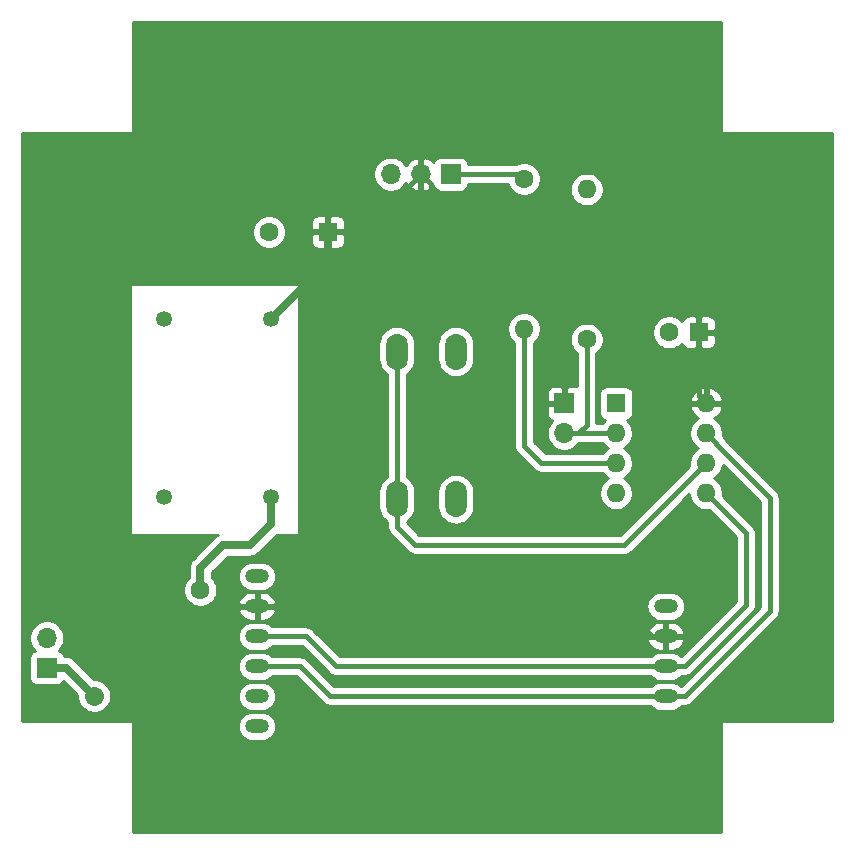
<source format=gbr>
G04 #@! TF.GenerationSoftware,KiCad,Pcbnew,(5.1.5)-3*
G04 #@! TF.CreationDate,2020-05-09T23:00:35+03:00*
G04 #@! TF.ProjectId,iceCube,69636543-7562-4652-9e6b-696361645f70,rev?*
G04 #@! TF.SameCoordinates,Original*
G04 #@! TF.FileFunction,Copper,L1,Top*
G04 #@! TF.FilePolarity,Positive*
%FSLAX46Y46*%
G04 Gerber Fmt 4.6, Leading zero omitted, Abs format (unit mm)*
G04 Created by KiCad (PCBNEW (5.1.5)-3) date 2020-05-09 23:00:35*
%MOMM*%
%LPD*%
G04 APERTURE LIST*
%ADD10O,2.000000X1.200000*%
%ADD11C,1.350000*%
%ADD12R,1.600000X1.600000*%
%ADD13C,1.600000*%
%ADD14O,1.600000X1.600000*%
%ADD15C,1.600000*%
%ADD16O,1.700000X1.700000*%
%ADD17R,1.700000X1.700000*%
%ADD18O,1.850000X3.048000*%
%ADD19C,0.700000*%
%ADD20C,0.400000*%
%ADD21C,0.254000*%
G04 APERTURE END LIST*
D10*
X120600000Y-160350000D03*
X120600000Y-157810000D03*
X155200000Y-157810000D03*
X120600000Y-155270000D03*
X155200000Y-155270000D03*
X120600000Y-152730000D03*
X155200000Y-152730000D03*
X120600000Y-150190000D03*
X155200000Y-150190000D03*
X120600000Y-147650000D03*
D11*
X112730000Y-140945000D03*
X121770000Y-140945000D03*
X112730000Y-125855000D03*
X121770000Y-125855000D03*
D12*
X126600000Y-118500000D03*
D13*
X121600000Y-118500000D03*
X143200000Y-114000000D03*
D14*
X143200000Y-126700000D03*
D12*
X151000000Y-133000000D03*
D14*
X158620000Y-140620000D03*
X151000000Y-135540000D03*
X158620000Y-138080000D03*
X151000000Y-138080000D03*
X158620000Y-135540000D03*
X151000000Y-140620000D03*
X158620000Y-133000000D03*
D15*
X106819744Y-157780256D02*
X106819744Y-157780256D01*
D13*
X115800000Y-148800000D03*
D16*
X102800000Y-152860000D03*
D17*
X102800000Y-155400000D03*
X137000000Y-113600000D03*
D16*
X134460000Y-113600000D03*
X131920000Y-113600000D03*
D13*
X148500000Y-127600000D03*
D14*
X148500000Y-114900000D03*
D17*
X146600000Y-133000000D03*
D16*
X146600000Y-135540000D03*
D18*
X132430000Y-141120000D03*
X137430000Y-141120000D03*
X132430000Y-128620000D03*
X137430000Y-128620000D03*
D12*
X158000000Y-127000000D03*
D13*
X155500000Y-127000000D03*
D19*
X104439488Y-155400000D02*
X106819744Y-157780256D01*
X102800000Y-155400000D02*
X104439488Y-155400000D01*
X115800000Y-146915000D02*
X117715000Y-145000000D01*
X115800000Y-148800000D02*
X115800000Y-146915000D01*
X117715000Y-145000000D02*
X120000000Y-145000000D01*
X121770000Y-143230000D02*
X121770000Y-140945000D01*
X120000000Y-145000000D02*
X121770000Y-143230000D01*
D20*
X156800000Y-155270000D02*
X155400000Y-155270000D01*
X162000000Y-150070000D02*
X156800000Y-155270000D01*
X162000000Y-144000000D02*
X162000000Y-150070000D01*
X158620000Y-140620000D02*
X162000000Y-144000000D01*
X155400000Y-155270000D02*
X127270000Y-155270000D01*
X124730000Y-152730000D02*
X120600000Y-152730000D01*
X127270000Y-155270000D02*
X124730000Y-152730000D01*
X159419999Y-136339999D02*
X159419999Y-136419999D01*
X158620000Y-135540000D02*
X159419999Y-136339999D01*
X159419999Y-136419999D02*
X164000000Y-141000000D01*
X156800000Y-157810000D02*
X155400000Y-157810000D01*
X164000000Y-150610000D02*
X156800000Y-157810000D01*
X164000000Y-141000000D02*
X164000000Y-150610000D01*
X121000000Y-155270000D02*
X120600000Y-155270000D01*
X155400000Y-157810000D02*
X126810000Y-157810000D01*
X124270000Y-155270000D02*
X120600000Y-155270000D01*
X126810000Y-157810000D02*
X124270000Y-155270000D01*
X158000000Y-132380000D02*
X158620000Y-133000000D01*
X158000000Y-127000000D02*
X158000000Y-132380000D01*
X121000000Y-150190000D02*
X120600000Y-150190000D01*
X154000000Y-152730000D02*
X151460000Y-150190000D01*
X122000000Y-150190000D02*
X120600000Y-150190000D01*
X155400000Y-152730000D02*
X154000000Y-152730000D01*
X147200000Y-121500000D02*
X153700000Y-121500000D01*
X158000000Y-125800000D02*
X158000000Y-127000000D01*
X153700000Y-121500000D02*
X158000000Y-125800000D01*
X146600000Y-122100000D02*
X147200000Y-121500000D01*
X146600000Y-133000000D02*
X146600000Y-122100000D01*
X135309999Y-114690001D02*
X142719998Y-122100000D01*
X142719998Y-122100000D02*
X146600000Y-122100000D01*
X135309999Y-114449999D02*
X135309999Y-114690001D01*
X134460000Y-113600000D02*
X135309999Y-114449999D01*
X129560000Y-118500000D02*
X134460000Y-113600000D01*
X126600000Y-118500000D02*
X129560000Y-118500000D01*
D19*
X126600000Y-121025000D02*
X126600000Y-118500000D01*
X121770000Y-125855000D02*
X126600000Y-121025000D01*
D20*
X151460000Y-150190000D02*
X126800000Y-150200000D01*
X126800000Y-150200000D02*
X122000000Y-150190000D01*
X126800000Y-121225000D02*
X126600000Y-121025000D01*
X126800000Y-150200000D02*
X126800000Y-121225000D01*
X132440000Y-143440000D02*
X132440000Y-141320000D01*
X134000000Y-145000000D02*
X132440000Y-143440000D01*
X158620000Y-138080000D02*
X151700000Y-145000000D01*
X151700000Y-145000000D02*
X134000000Y-145000000D01*
X132440000Y-130744000D02*
X132440000Y-141320000D01*
X132440000Y-128820000D02*
X132440000Y-130744000D01*
X142800000Y-113600000D02*
X143200000Y-114000000D01*
X137000000Y-113600000D02*
X142800000Y-113600000D01*
X147802081Y-135540000D02*
X151000000Y-135540000D01*
X147802081Y-135540000D02*
X146600000Y-135540000D01*
X148500000Y-134842081D02*
X147802081Y-135540000D01*
X148500000Y-127600000D02*
X148500000Y-134842081D01*
X150980000Y-138100000D02*
X151000000Y-138080000D01*
X144680000Y-138080000D02*
X151000000Y-138080000D01*
X143200000Y-126700000D02*
X143200000Y-136600000D01*
X143200000Y-136600000D02*
X144680000Y-138080000D01*
D21*
G36*
X159873000Y-110000000D02*
G01*
X159875440Y-110024776D01*
X159882667Y-110048601D01*
X159894403Y-110070557D01*
X159910197Y-110089803D01*
X159929443Y-110105597D01*
X159951399Y-110117333D01*
X159975224Y-110124560D01*
X160000000Y-110127000D01*
X169315000Y-110127000D01*
X169315001Y-159873000D01*
X160000000Y-159873000D01*
X159975224Y-159875440D01*
X159951399Y-159882667D01*
X159929443Y-159894403D01*
X159910197Y-159910197D01*
X159894403Y-159929443D01*
X159882667Y-159951399D01*
X159875440Y-159975224D01*
X159873000Y-160000000D01*
X159873000Y-169315000D01*
X110127000Y-169315000D01*
X110127000Y-160350000D01*
X118959025Y-160350000D01*
X118982870Y-160592102D01*
X119053489Y-160824901D01*
X119168167Y-161039449D01*
X119322498Y-161227502D01*
X119510551Y-161381833D01*
X119725099Y-161496511D01*
X119957898Y-161567130D01*
X120139335Y-161585000D01*
X121060665Y-161585000D01*
X121242102Y-161567130D01*
X121474901Y-161496511D01*
X121689449Y-161381833D01*
X121877502Y-161227502D01*
X122031833Y-161039449D01*
X122146511Y-160824901D01*
X122217130Y-160592102D01*
X122240975Y-160350000D01*
X122217130Y-160107898D01*
X122146511Y-159875099D01*
X122031833Y-159660551D01*
X121877502Y-159472498D01*
X121689449Y-159318167D01*
X121474901Y-159203489D01*
X121242102Y-159132870D01*
X121060665Y-159115000D01*
X120139335Y-159115000D01*
X119957898Y-159132870D01*
X119725099Y-159203489D01*
X119510551Y-159318167D01*
X119322498Y-159472498D01*
X119168167Y-159660551D01*
X119053489Y-159875099D01*
X118982870Y-160107898D01*
X118959025Y-160350000D01*
X110127000Y-160350000D01*
X110127000Y-160000000D01*
X110124560Y-159975224D01*
X110117333Y-159951399D01*
X110105597Y-159929443D01*
X110089803Y-159910197D01*
X110070557Y-159894403D01*
X110048601Y-159882667D01*
X110024776Y-159875440D01*
X110000000Y-159873000D01*
X100685000Y-159873000D01*
X100685000Y-154550000D01*
X101311928Y-154550000D01*
X101311928Y-156250000D01*
X101324188Y-156374482D01*
X101360498Y-156494180D01*
X101419463Y-156604494D01*
X101498815Y-156701185D01*
X101595506Y-156780537D01*
X101705820Y-156839502D01*
X101825518Y-156875812D01*
X101950000Y-156888072D01*
X103650000Y-156888072D01*
X103774482Y-156875812D01*
X103894180Y-156839502D01*
X104004494Y-156780537D01*
X104101185Y-156701185D01*
X104180537Y-156604494D01*
X104205075Y-156558587D01*
X105384744Y-157738256D01*
X105384744Y-157921591D01*
X105439891Y-158198830D01*
X105548064Y-158459983D01*
X105705107Y-158695015D01*
X105904985Y-158894893D01*
X106140017Y-159051936D01*
X106401170Y-159160109D01*
X106678409Y-159215256D01*
X106961079Y-159215256D01*
X107238318Y-159160109D01*
X107499471Y-159051936D01*
X107734503Y-158894893D01*
X107934381Y-158695015D01*
X108091424Y-158459983D01*
X108199597Y-158198830D01*
X108254744Y-157921591D01*
X108254744Y-157810000D01*
X118959025Y-157810000D01*
X118982870Y-158052102D01*
X119053489Y-158284901D01*
X119168167Y-158499449D01*
X119322498Y-158687502D01*
X119510551Y-158841833D01*
X119725099Y-158956511D01*
X119957898Y-159027130D01*
X120139335Y-159045000D01*
X121060665Y-159045000D01*
X121242102Y-159027130D01*
X121474901Y-158956511D01*
X121689449Y-158841833D01*
X121877502Y-158687502D01*
X122031833Y-158499449D01*
X122146511Y-158284901D01*
X122217130Y-158052102D01*
X122240975Y-157810000D01*
X122217130Y-157567898D01*
X122146511Y-157335099D01*
X122031833Y-157120551D01*
X121877502Y-156932498D01*
X121689449Y-156778167D01*
X121474901Y-156663489D01*
X121242102Y-156592870D01*
X121060665Y-156575000D01*
X120139335Y-156575000D01*
X119957898Y-156592870D01*
X119725099Y-156663489D01*
X119510551Y-156778167D01*
X119322498Y-156932498D01*
X119168167Y-157120551D01*
X119053489Y-157335099D01*
X118982870Y-157567898D01*
X118959025Y-157810000D01*
X108254744Y-157810000D01*
X108254744Y-157638921D01*
X108199597Y-157361682D01*
X108091424Y-157100529D01*
X107934381Y-156865497D01*
X107734503Y-156665619D01*
X107499471Y-156508576D01*
X107238318Y-156400403D01*
X106961079Y-156345256D01*
X106777744Y-156345256D01*
X105170204Y-154737716D01*
X105139358Y-154700130D01*
X104989372Y-154577040D01*
X104818255Y-154485576D01*
X104632582Y-154429253D01*
X104487868Y-154415000D01*
X104439488Y-154410235D01*
X104391108Y-154415000D01*
X104272621Y-154415000D01*
X104239502Y-154305820D01*
X104180537Y-154195506D01*
X104101185Y-154098815D01*
X104004494Y-154019463D01*
X103894180Y-153960498D01*
X103821620Y-153938487D01*
X103953475Y-153806632D01*
X104115990Y-153563411D01*
X104227932Y-153293158D01*
X104285000Y-153006260D01*
X104285000Y-152730000D01*
X118959025Y-152730000D01*
X118982870Y-152972102D01*
X119053489Y-153204901D01*
X119168167Y-153419449D01*
X119322498Y-153607502D01*
X119510551Y-153761833D01*
X119725099Y-153876511D01*
X119957898Y-153947130D01*
X120139335Y-153965000D01*
X121060665Y-153965000D01*
X121242102Y-153947130D01*
X121474901Y-153876511D01*
X121689449Y-153761833D01*
X121877502Y-153607502D01*
X121912382Y-153565000D01*
X124384133Y-153565000D01*
X126650559Y-155831427D01*
X126676709Y-155863291D01*
X126803854Y-155967636D01*
X126948913Y-156045172D01*
X127106311Y-156092918D01*
X127228981Y-156105000D01*
X127228991Y-156105000D01*
X127269999Y-156109039D01*
X127311007Y-156105000D01*
X153887618Y-156105000D01*
X153922498Y-156147502D01*
X154110551Y-156301833D01*
X154325099Y-156416511D01*
X154557898Y-156487130D01*
X154739335Y-156505000D01*
X155660665Y-156505000D01*
X155842102Y-156487130D01*
X156074901Y-156416511D01*
X156289449Y-156301833D01*
X156477502Y-156147502D01*
X156512382Y-156105000D01*
X156758982Y-156105000D01*
X156800000Y-156109040D01*
X156841018Y-156105000D01*
X156841019Y-156105000D01*
X156963689Y-156092918D01*
X157121087Y-156045172D01*
X157266146Y-155967636D01*
X157393291Y-155863291D01*
X157419446Y-155831421D01*
X162561432Y-150689437D01*
X162593291Y-150663291D01*
X162697636Y-150536146D01*
X162775172Y-150391087D01*
X162822918Y-150233689D01*
X162835000Y-150111019D01*
X162835000Y-150111018D01*
X162839040Y-150070000D01*
X162835000Y-150028982D01*
X162835000Y-144041018D01*
X162839040Y-144000000D01*
X162822918Y-143836311D01*
X162775172Y-143678913D01*
X162697636Y-143533854D01*
X162619439Y-143438570D01*
X162619437Y-143438568D01*
X162593291Y-143406709D01*
X162561433Y-143380564D01*
X160036285Y-140855418D01*
X160055000Y-140761335D01*
X160055000Y-140478665D01*
X159999853Y-140201426D01*
X159891680Y-139940273D01*
X159734637Y-139705241D01*
X159534759Y-139505363D01*
X159302241Y-139350000D01*
X159534759Y-139194637D01*
X159734637Y-138994759D01*
X159891680Y-138759727D01*
X159999853Y-138498574D01*
X160052589Y-138233456D01*
X163165000Y-141345869D01*
X163165001Y-150264130D01*
X156486126Y-156943007D01*
X156477502Y-156932498D01*
X156289449Y-156778167D01*
X156074901Y-156663489D01*
X155842102Y-156592870D01*
X155660665Y-156575000D01*
X154739335Y-156575000D01*
X154557898Y-156592870D01*
X154325099Y-156663489D01*
X154110551Y-156778167D01*
X153922498Y-156932498D01*
X153887618Y-156975000D01*
X127155868Y-156975000D01*
X124889446Y-154708579D01*
X124863291Y-154676709D01*
X124736146Y-154572364D01*
X124591087Y-154494828D01*
X124433689Y-154447082D01*
X124311019Y-154435000D01*
X124311018Y-154435000D01*
X124270000Y-154430960D01*
X124228982Y-154435000D01*
X121912382Y-154435000D01*
X121877502Y-154392498D01*
X121689449Y-154238167D01*
X121474901Y-154123489D01*
X121242102Y-154052870D01*
X121060665Y-154035000D01*
X120139335Y-154035000D01*
X119957898Y-154052870D01*
X119725099Y-154123489D01*
X119510551Y-154238167D01*
X119322498Y-154392498D01*
X119168167Y-154580551D01*
X119053489Y-154795099D01*
X118982870Y-155027898D01*
X118959025Y-155270000D01*
X118982870Y-155512102D01*
X119053489Y-155744901D01*
X119168167Y-155959449D01*
X119322498Y-156147502D01*
X119510551Y-156301833D01*
X119725099Y-156416511D01*
X119957898Y-156487130D01*
X120139335Y-156505000D01*
X121060665Y-156505000D01*
X121242102Y-156487130D01*
X121474901Y-156416511D01*
X121689449Y-156301833D01*
X121877502Y-156147502D01*
X121912382Y-156105000D01*
X123924133Y-156105000D01*
X126190559Y-158371427D01*
X126216709Y-158403291D01*
X126343854Y-158507636D01*
X126488913Y-158585172D01*
X126646311Y-158632918D01*
X126768981Y-158645000D01*
X126768991Y-158645000D01*
X126809999Y-158649039D01*
X126851007Y-158645000D01*
X153887618Y-158645000D01*
X153922498Y-158687502D01*
X154110551Y-158841833D01*
X154325099Y-158956511D01*
X154557898Y-159027130D01*
X154739335Y-159045000D01*
X155660665Y-159045000D01*
X155842102Y-159027130D01*
X156074901Y-158956511D01*
X156289449Y-158841833D01*
X156477502Y-158687502D01*
X156512382Y-158645000D01*
X156758982Y-158645000D01*
X156800000Y-158649040D01*
X156841018Y-158645000D01*
X156841019Y-158645000D01*
X156963689Y-158632918D01*
X157121087Y-158585172D01*
X157266146Y-158507636D01*
X157393291Y-158403291D01*
X157419446Y-158371421D01*
X164561432Y-151229437D01*
X164593291Y-151203291D01*
X164640057Y-151146307D01*
X164697636Y-151076146D01*
X164775172Y-150931087D01*
X164822918Y-150773688D01*
X164839040Y-150610000D01*
X164835000Y-150568982D01*
X164835000Y-141041018D01*
X164839040Y-141000000D01*
X164822918Y-140836312D01*
X164775172Y-140678913D01*
X164714943Y-140566233D01*
X164697636Y-140533854D01*
X164593291Y-140406709D01*
X164561433Y-140380564D01*
X160189880Y-136009012D01*
X160117635Y-135873853D01*
X160036396Y-135774863D01*
X160055000Y-135681335D01*
X160055000Y-135398665D01*
X159999853Y-135121426D01*
X159891680Y-134860273D01*
X159734637Y-134625241D01*
X159534759Y-134425363D01*
X159299727Y-134268320D01*
X159289135Y-134263933D01*
X159475131Y-134152385D01*
X159683519Y-133963414D01*
X159851037Y-133737420D01*
X159971246Y-133483087D01*
X160011904Y-133349039D01*
X159889915Y-133127000D01*
X158747000Y-133127000D01*
X158747000Y-133147000D01*
X158493000Y-133147000D01*
X158493000Y-133127000D01*
X157350085Y-133127000D01*
X157228096Y-133349039D01*
X157268754Y-133483087D01*
X157388963Y-133737420D01*
X157556481Y-133963414D01*
X157764869Y-134152385D01*
X157950865Y-134263933D01*
X157940273Y-134268320D01*
X157705241Y-134425363D01*
X157505363Y-134625241D01*
X157348320Y-134860273D01*
X157240147Y-135121426D01*
X157185000Y-135398665D01*
X157185000Y-135681335D01*
X157240147Y-135958574D01*
X157348320Y-136219727D01*
X157505363Y-136454759D01*
X157705241Y-136654637D01*
X157937759Y-136810000D01*
X157705241Y-136965363D01*
X157505363Y-137165241D01*
X157348320Y-137400273D01*
X157240147Y-137661426D01*
X157185000Y-137938665D01*
X157185000Y-138221335D01*
X157203714Y-138315417D01*
X151354133Y-144165000D01*
X134345868Y-144165000D01*
X133275000Y-143094133D01*
X133275000Y-143036203D01*
X133300882Y-143022369D01*
X133538424Y-142827424D01*
X133733369Y-142589883D01*
X133878226Y-142318875D01*
X133967428Y-142024813D01*
X133990000Y-141795636D01*
X133990000Y-140444364D01*
X135870000Y-140444364D01*
X135870000Y-141795635D01*
X135892572Y-142024812D01*
X135981774Y-142318874D01*
X136126631Y-142589882D01*
X136321576Y-142827424D01*
X136559117Y-143022369D01*
X136830125Y-143167226D01*
X137124187Y-143256428D01*
X137430000Y-143286548D01*
X137735812Y-143256428D01*
X138029874Y-143167226D01*
X138300882Y-143022369D01*
X138538424Y-142827424D01*
X138733369Y-142589883D01*
X138878226Y-142318875D01*
X138967428Y-142024813D01*
X138990000Y-141795636D01*
X138990000Y-140444364D01*
X138967428Y-140215187D01*
X138878226Y-139921125D01*
X138733369Y-139650117D01*
X138538424Y-139412576D01*
X138300883Y-139217631D01*
X138029875Y-139072774D01*
X137735813Y-138983572D01*
X137430000Y-138953452D01*
X137124188Y-138983572D01*
X136830126Y-139072774D01*
X136559118Y-139217631D01*
X136321577Y-139412576D01*
X136126632Y-139650117D01*
X135981774Y-139921125D01*
X135892572Y-140215187D01*
X135870000Y-140444364D01*
X133990000Y-140444364D01*
X133967428Y-140215187D01*
X133878226Y-139921125D01*
X133733369Y-139650117D01*
X133538424Y-139412576D01*
X133300883Y-139217631D01*
X133275000Y-139203796D01*
X133275000Y-130536203D01*
X133300882Y-130522369D01*
X133538424Y-130327424D01*
X133733369Y-130089883D01*
X133878226Y-129818875D01*
X133967428Y-129524813D01*
X133990000Y-129295636D01*
X133990000Y-127944364D01*
X135870000Y-127944364D01*
X135870000Y-129295635D01*
X135892572Y-129524812D01*
X135981774Y-129818874D01*
X136126631Y-130089882D01*
X136321576Y-130327424D01*
X136559117Y-130522369D01*
X136830125Y-130667226D01*
X137124187Y-130756428D01*
X137430000Y-130786548D01*
X137735812Y-130756428D01*
X138029874Y-130667226D01*
X138300882Y-130522369D01*
X138538424Y-130327424D01*
X138733369Y-130089883D01*
X138878226Y-129818875D01*
X138967428Y-129524813D01*
X138990000Y-129295636D01*
X138990000Y-127944364D01*
X138967428Y-127715187D01*
X138878226Y-127421125D01*
X138733369Y-127150117D01*
X138538424Y-126912576D01*
X138300883Y-126717631D01*
X138029875Y-126572774D01*
X137983364Y-126558665D01*
X141765000Y-126558665D01*
X141765000Y-126841335D01*
X141820147Y-127118574D01*
X141928320Y-127379727D01*
X142085363Y-127614759D01*
X142285241Y-127814637D01*
X142365000Y-127867930D01*
X142365001Y-136558971D01*
X142360960Y-136600000D01*
X142377082Y-136763688D01*
X142424828Y-136921086D01*
X142487125Y-137037635D01*
X142502365Y-137066146D01*
X142606710Y-137193291D01*
X142638574Y-137219441D01*
X144060559Y-138641426D01*
X144086709Y-138673291D01*
X144192032Y-138759727D01*
X144213854Y-138777636D01*
X144358913Y-138855172D01*
X144516311Y-138902918D01*
X144679999Y-138919040D01*
X144721018Y-138915000D01*
X149832070Y-138915000D01*
X149885363Y-138994759D01*
X150085241Y-139194637D01*
X150317759Y-139350000D01*
X150085241Y-139505363D01*
X149885363Y-139705241D01*
X149728320Y-139940273D01*
X149620147Y-140201426D01*
X149565000Y-140478665D01*
X149565000Y-140761335D01*
X149620147Y-141038574D01*
X149728320Y-141299727D01*
X149885363Y-141534759D01*
X150085241Y-141734637D01*
X150320273Y-141891680D01*
X150581426Y-141999853D01*
X150858665Y-142055000D01*
X151141335Y-142055000D01*
X151418574Y-141999853D01*
X151679727Y-141891680D01*
X151914759Y-141734637D01*
X152114637Y-141534759D01*
X152271680Y-141299727D01*
X152379853Y-141038574D01*
X152435000Y-140761335D01*
X152435000Y-140478665D01*
X152379853Y-140201426D01*
X152271680Y-139940273D01*
X152114637Y-139705241D01*
X151914759Y-139505363D01*
X151682241Y-139350000D01*
X151914759Y-139194637D01*
X152114637Y-138994759D01*
X152271680Y-138759727D01*
X152379853Y-138498574D01*
X152435000Y-138221335D01*
X152435000Y-137938665D01*
X152379853Y-137661426D01*
X152271680Y-137400273D01*
X152114637Y-137165241D01*
X151914759Y-136965363D01*
X151682241Y-136810000D01*
X151914759Y-136654637D01*
X152114637Y-136454759D01*
X152271680Y-136219727D01*
X152379853Y-135958574D01*
X152435000Y-135681335D01*
X152435000Y-135398665D01*
X152379853Y-135121426D01*
X152271680Y-134860273D01*
X152114637Y-134625241D01*
X151916039Y-134426643D01*
X151924482Y-134425812D01*
X152044180Y-134389502D01*
X152154494Y-134330537D01*
X152251185Y-134251185D01*
X152330537Y-134154494D01*
X152389502Y-134044180D01*
X152425812Y-133924482D01*
X152438072Y-133800000D01*
X152438072Y-132650961D01*
X157228096Y-132650961D01*
X157350085Y-132873000D01*
X158493000Y-132873000D01*
X158493000Y-131729376D01*
X158747000Y-131729376D01*
X158747000Y-132873000D01*
X159889915Y-132873000D01*
X160011904Y-132650961D01*
X159971246Y-132516913D01*
X159851037Y-132262580D01*
X159683519Y-132036586D01*
X159475131Y-131847615D01*
X159233881Y-131702930D01*
X158969040Y-131608091D01*
X158747000Y-131729376D01*
X158493000Y-131729376D01*
X158270960Y-131608091D01*
X158006119Y-131702930D01*
X157764869Y-131847615D01*
X157556481Y-132036586D01*
X157388963Y-132262580D01*
X157268754Y-132516913D01*
X157228096Y-132650961D01*
X152438072Y-132650961D01*
X152438072Y-132200000D01*
X152425812Y-132075518D01*
X152389502Y-131955820D01*
X152330537Y-131845506D01*
X152251185Y-131748815D01*
X152154494Y-131669463D01*
X152044180Y-131610498D01*
X151924482Y-131574188D01*
X151800000Y-131561928D01*
X150200000Y-131561928D01*
X150075518Y-131574188D01*
X149955820Y-131610498D01*
X149845506Y-131669463D01*
X149748815Y-131748815D01*
X149669463Y-131845506D01*
X149610498Y-131955820D01*
X149574188Y-132075518D01*
X149561928Y-132200000D01*
X149561928Y-133800000D01*
X149574188Y-133924482D01*
X149610498Y-134044180D01*
X149669463Y-134154494D01*
X149748815Y-134251185D01*
X149845506Y-134330537D01*
X149955820Y-134389502D01*
X150075518Y-134425812D01*
X150083961Y-134426643D01*
X149885363Y-134625241D01*
X149832070Y-134705000D01*
X149335000Y-134705000D01*
X149335000Y-128767930D01*
X149414759Y-128714637D01*
X149614637Y-128514759D01*
X149771680Y-128279727D01*
X149879853Y-128018574D01*
X149935000Y-127741335D01*
X149935000Y-127458665D01*
X149879853Y-127181426D01*
X149771680Y-126920273D01*
X149730515Y-126858665D01*
X154065000Y-126858665D01*
X154065000Y-127141335D01*
X154120147Y-127418574D01*
X154228320Y-127679727D01*
X154385363Y-127914759D01*
X154585241Y-128114637D01*
X154820273Y-128271680D01*
X155081426Y-128379853D01*
X155358665Y-128435000D01*
X155641335Y-128435000D01*
X155918574Y-128379853D01*
X156179727Y-128271680D01*
X156414759Y-128114637D01*
X156581339Y-127948057D01*
X156610498Y-128044180D01*
X156669463Y-128154494D01*
X156748815Y-128251185D01*
X156845506Y-128330537D01*
X156955820Y-128389502D01*
X157075518Y-128425812D01*
X157200000Y-128438072D01*
X157714250Y-128435000D01*
X157873000Y-128276250D01*
X157873000Y-127127000D01*
X158127000Y-127127000D01*
X158127000Y-128276250D01*
X158285750Y-128435000D01*
X158800000Y-128438072D01*
X158924482Y-128425812D01*
X159044180Y-128389502D01*
X159154494Y-128330537D01*
X159251185Y-128251185D01*
X159330537Y-128154494D01*
X159389502Y-128044180D01*
X159425812Y-127924482D01*
X159438072Y-127800000D01*
X159435000Y-127285750D01*
X159276250Y-127127000D01*
X158127000Y-127127000D01*
X157873000Y-127127000D01*
X157853000Y-127127000D01*
X157853000Y-126873000D01*
X157873000Y-126873000D01*
X157873000Y-125723750D01*
X158127000Y-125723750D01*
X158127000Y-126873000D01*
X159276250Y-126873000D01*
X159435000Y-126714250D01*
X159438072Y-126200000D01*
X159425812Y-126075518D01*
X159389502Y-125955820D01*
X159330537Y-125845506D01*
X159251185Y-125748815D01*
X159154494Y-125669463D01*
X159044180Y-125610498D01*
X158924482Y-125574188D01*
X158800000Y-125561928D01*
X158285750Y-125565000D01*
X158127000Y-125723750D01*
X157873000Y-125723750D01*
X157714250Y-125565000D01*
X157200000Y-125561928D01*
X157075518Y-125574188D01*
X156955820Y-125610498D01*
X156845506Y-125669463D01*
X156748815Y-125748815D01*
X156669463Y-125845506D01*
X156610498Y-125955820D01*
X156581339Y-126051943D01*
X156414759Y-125885363D01*
X156179727Y-125728320D01*
X155918574Y-125620147D01*
X155641335Y-125565000D01*
X155358665Y-125565000D01*
X155081426Y-125620147D01*
X154820273Y-125728320D01*
X154585241Y-125885363D01*
X154385363Y-126085241D01*
X154228320Y-126320273D01*
X154120147Y-126581426D01*
X154065000Y-126858665D01*
X149730515Y-126858665D01*
X149614637Y-126685241D01*
X149414759Y-126485363D01*
X149179727Y-126328320D01*
X148918574Y-126220147D01*
X148641335Y-126165000D01*
X148358665Y-126165000D01*
X148081426Y-126220147D01*
X147820273Y-126328320D01*
X147585241Y-126485363D01*
X147385363Y-126685241D01*
X147228320Y-126920273D01*
X147120147Y-127181426D01*
X147065000Y-127458665D01*
X147065000Y-127741335D01*
X147120147Y-128018574D01*
X147228320Y-128279727D01*
X147385363Y-128514759D01*
X147585241Y-128714637D01*
X147665000Y-128767930D01*
X147665001Y-131551647D01*
X147574482Y-131524188D01*
X147450000Y-131511928D01*
X146885750Y-131515000D01*
X146727000Y-131673750D01*
X146727000Y-132873000D01*
X146747000Y-132873000D01*
X146747000Y-133127000D01*
X146727000Y-133127000D01*
X146727000Y-133147000D01*
X146473000Y-133147000D01*
X146473000Y-133127000D01*
X145273750Y-133127000D01*
X145115000Y-133285750D01*
X145111928Y-133850000D01*
X145124188Y-133974482D01*
X145160498Y-134094180D01*
X145219463Y-134204494D01*
X145298815Y-134301185D01*
X145395506Y-134380537D01*
X145505820Y-134439502D01*
X145578380Y-134461513D01*
X145446525Y-134593368D01*
X145284010Y-134836589D01*
X145172068Y-135106842D01*
X145115000Y-135393740D01*
X145115000Y-135686260D01*
X145172068Y-135973158D01*
X145284010Y-136243411D01*
X145446525Y-136486632D01*
X145653368Y-136693475D01*
X145896589Y-136855990D01*
X146166842Y-136967932D01*
X146453740Y-137025000D01*
X146746260Y-137025000D01*
X147033158Y-136967932D01*
X147303411Y-136855990D01*
X147546632Y-136693475D01*
X147753475Y-136486632D01*
X147827006Y-136376585D01*
X147843099Y-136375000D01*
X149832070Y-136375000D01*
X149885363Y-136454759D01*
X150085241Y-136654637D01*
X150317759Y-136810000D01*
X150085241Y-136965363D01*
X149885363Y-137165241D01*
X149832070Y-137245000D01*
X145025868Y-137245000D01*
X144035000Y-136254133D01*
X144035000Y-132150000D01*
X145111928Y-132150000D01*
X145115000Y-132714250D01*
X145273750Y-132873000D01*
X146473000Y-132873000D01*
X146473000Y-131673750D01*
X146314250Y-131515000D01*
X145750000Y-131511928D01*
X145625518Y-131524188D01*
X145505820Y-131560498D01*
X145395506Y-131619463D01*
X145298815Y-131698815D01*
X145219463Y-131795506D01*
X145160498Y-131905820D01*
X145124188Y-132025518D01*
X145111928Y-132150000D01*
X144035000Y-132150000D01*
X144035000Y-127867930D01*
X144114759Y-127814637D01*
X144314637Y-127614759D01*
X144471680Y-127379727D01*
X144579853Y-127118574D01*
X144635000Y-126841335D01*
X144635000Y-126558665D01*
X144579853Y-126281426D01*
X144471680Y-126020273D01*
X144314637Y-125785241D01*
X144114759Y-125585363D01*
X143879727Y-125428320D01*
X143618574Y-125320147D01*
X143341335Y-125265000D01*
X143058665Y-125265000D01*
X142781426Y-125320147D01*
X142520273Y-125428320D01*
X142285241Y-125585363D01*
X142085363Y-125785241D01*
X141928320Y-126020273D01*
X141820147Y-126281426D01*
X141765000Y-126558665D01*
X137983364Y-126558665D01*
X137735813Y-126483572D01*
X137430000Y-126453452D01*
X137124188Y-126483572D01*
X136830126Y-126572774D01*
X136559118Y-126717631D01*
X136321577Y-126912576D01*
X136126632Y-127150117D01*
X135981774Y-127421125D01*
X135892572Y-127715187D01*
X135870000Y-127944364D01*
X133990000Y-127944364D01*
X133967428Y-127715187D01*
X133878226Y-127421125D01*
X133733369Y-127150117D01*
X133538424Y-126912576D01*
X133300883Y-126717631D01*
X133029875Y-126572774D01*
X132735813Y-126483572D01*
X132430000Y-126453452D01*
X132124188Y-126483572D01*
X131830126Y-126572774D01*
X131559118Y-126717631D01*
X131321577Y-126912576D01*
X131126632Y-127150117D01*
X130981774Y-127421125D01*
X130892572Y-127715187D01*
X130870000Y-127944364D01*
X130870000Y-129295635D01*
X130892572Y-129524812D01*
X130981774Y-129818874D01*
X131126631Y-130089882D01*
X131321576Y-130327424D01*
X131559117Y-130522369D01*
X131605001Y-130546894D01*
X131605001Y-130702972D01*
X131605000Y-130702982D01*
X131605001Y-139193106D01*
X131559118Y-139217631D01*
X131321577Y-139412576D01*
X131126632Y-139650117D01*
X130981774Y-139921125D01*
X130892572Y-140215187D01*
X130870000Y-140444364D01*
X130870000Y-141795635D01*
X130892572Y-142024812D01*
X130981774Y-142318874D01*
X131126631Y-142589882D01*
X131321576Y-142827424D01*
X131559117Y-143022369D01*
X131605000Y-143046894D01*
X131605000Y-143398981D01*
X131600960Y-143440000D01*
X131605000Y-143481018D01*
X131617082Y-143603688D01*
X131664828Y-143761086D01*
X131742364Y-143906145D01*
X131846709Y-144033291D01*
X131878579Y-144059446D01*
X133380559Y-145561426D01*
X133406709Y-145593291D01*
X133490786Y-145662291D01*
X133533854Y-145697636D01*
X133678913Y-145775172D01*
X133836311Y-145822918D01*
X133999999Y-145839040D01*
X134041018Y-145835000D01*
X151658982Y-145835000D01*
X151700000Y-145839040D01*
X151741018Y-145835000D01*
X151741019Y-145835000D01*
X151863689Y-145822918D01*
X152021087Y-145775172D01*
X152166146Y-145697636D01*
X152293291Y-145593291D01*
X152319446Y-145561421D01*
X157185000Y-140695868D01*
X157185000Y-140761335D01*
X157240147Y-141038574D01*
X157348320Y-141299727D01*
X157505363Y-141534759D01*
X157705241Y-141734637D01*
X157940273Y-141891680D01*
X158201426Y-141999853D01*
X158478665Y-142055000D01*
X158761335Y-142055000D01*
X158855418Y-142036285D01*
X161165000Y-144345869D01*
X161165001Y-149724130D01*
X156486126Y-154403007D01*
X156477502Y-154392498D01*
X156289449Y-154238167D01*
X156074901Y-154123489D01*
X155842102Y-154052870D01*
X155660665Y-154035000D01*
X154739335Y-154035000D01*
X154557898Y-154052870D01*
X154325099Y-154123489D01*
X154110551Y-154238167D01*
X153922498Y-154392498D01*
X153887618Y-154435000D01*
X127615868Y-154435000D01*
X126228477Y-153047609D01*
X153606538Y-153047609D01*
X153610409Y-153085282D01*
X153702579Y-153310533D01*
X153836922Y-153513474D01*
X154008275Y-153686307D01*
X154210054Y-153822390D01*
X154434504Y-153916493D01*
X154673000Y-153965000D01*
X155073000Y-153965000D01*
X155073000Y-152857000D01*
X155327000Y-152857000D01*
X155327000Y-153965000D01*
X155727000Y-153965000D01*
X155965496Y-153916493D01*
X156189946Y-153822390D01*
X156391725Y-153686307D01*
X156563078Y-153513474D01*
X156697421Y-153310533D01*
X156789591Y-153085282D01*
X156793462Y-153047609D01*
X156668731Y-152857000D01*
X155327000Y-152857000D01*
X155073000Y-152857000D01*
X153731269Y-152857000D01*
X153606538Y-153047609D01*
X126228477Y-153047609D01*
X125593259Y-152412391D01*
X153606538Y-152412391D01*
X153731269Y-152603000D01*
X155073000Y-152603000D01*
X155073000Y-151495000D01*
X155327000Y-151495000D01*
X155327000Y-152603000D01*
X156668731Y-152603000D01*
X156793462Y-152412391D01*
X156789591Y-152374718D01*
X156697421Y-152149467D01*
X156563078Y-151946526D01*
X156391725Y-151773693D01*
X156189946Y-151637610D01*
X155965496Y-151543507D01*
X155727000Y-151495000D01*
X155327000Y-151495000D01*
X155073000Y-151495000D01*
X154673000Y-151495000D01*
X154434504Y-151543507D01*
X154210054Y-151637610D01*
X154008275Y-151773693D01*
X153836922Y-151946526D01*
X153702579Y-152149467D01*
X153610409Y-152374718D01*
X153606538Y-152412391D01*
X125593259Y-152412391D01*
X125349446Y-152168579D01*
X125323291Y-152136709D01*
X125196146Y-152032364D01*
X125051087Y-151954828D01*
X124893689Y-151907082D01*
X124771019Y-151895000D01*
X124771018Y-151895000D01*
X124730000Y-151890960D01*
X124688982Y-151895000D01*
X121912382Y-151895000D01*
X121877502Y-151852498D01*
X121689449Y-151698167D01*
X121474901Y-151583489D01*
X121242102Y-151512870D01*
X121060665Y-151495000D01*
X120139335Y-151495000D01*
X119957898Y-151512870D01*
X119725099Y-151583489D01*
X119510551Y-151698167D01*
X119322498Y-151852498D01*
X119168167Y-152040551D01*
X119053489Y-152255099D01*
X118982870Y-152487898D01*
X118959025Y-152730000D01*
X104285000Y-152730000D01*
X104285000Y-152713740D01*
X104227932Y-152426842D01*
X104115990Y-152156589D01*
X103953475Y-151913368D01*
X103746632Y-151706525D01*
X103503411Y-151544010D01*
X103233158Y-151432068D01*
X102946260Y-151375000D01*
X102653740Y-151375000D01*
X102366842Y-151432068D01*
X102096589Y-151544010D01*
X101853368Y-151706525D01*
X101646525Y-151913368D01*
X101484010Y-152156589D01*
X101372068Y-152426842D01*
X101315000Y-152713740D01*
X101315000Y-153006260D01*
X101372068Y-153293158D01*
X101484010Y-153563411D01*
X101646525Y-153806632D01*
X101778380Y-153938487D01*
X101705820Y-153960498D01*
X101595506Y-154019463D01*
X101498815Y-154098815D01*
X101419463Y-154195506D01*
X101360498Y-154305820D01*
X101324188Y-154425518D01*
X101311928Y-154550000D01*
X100685000Y-154550000D01*
X100685000Y-150507609D01*
X119006538Y-150507609D01*
X119010409Y-150545282D01*
X119102579Y-150770533D01*
X119236922Y-150973474D01*
X119408275Y-151146307D01*
X119610054Y-151282390D01*
X119834504Y-151376493D01*
X120073000Y-151425000D01*
X120473000Y-151425000D01*
X120473000Y-150317000D01*
X120727000Y-150317000D01*
X120727000Y-151425000D01*
X121127000Y-151425000D01*
X121365496Y-151376493D01*
X121589946Y-151282390D01*
X121791725Y-151146307D01*
X121963078Y-150973474D01*
X122097421Y-150770533D01*
X122189591Y-150545282D01*
X122193462Y-150507609D01*
X122068731Y-150317000D01*
X120727000Y-150317000D01*
X120473000Y-150317000D01*
X119131269Y-150317000D01*
X119006538Y-150507609D01*
X100685000Y-150507609D01*
X100685000Y-123000000D01*
X109873000Y-123000000D01*
X109873000Y-144000000D01*
X109875440Y-144024776D01*
X109882667Y-144048601D01*
X109894403Y-144070557D01*
X109910197Y-144089803D01*
X109929443Y-144105597D01*
X109951399Y-144117333D01*
X109975224Y-144124560D01*
X110000000Y-144127000D01*
X117258734Y-144127000D01*
X117165116Y-144177040D01*
X117015130Y-144300130D01*
X116984289Y-144337710D01*
X115137711Y-146184289D01*
X115100131Y-146215130D01*
X114977041Y-146365116D01*
X114940826Y-146432870D01*
X114885576Y-146536234D01*
X114829253Y-146721907D01*
X114810235Y-146915000D01*
X114815001Y-146963390D01*
X114815001Y-147755603D01*
X114685363Y-147885241D01*
X114528320Y-148120273D01*
X114420147Y-148381426D01*
X114365000Y-148658665D01*
X114365000Y-148941335D01*
X114420147Y-149218574D01*
X114528320Y-149479727D01*
X114685363Y-149714759D01*
X114885241Y-149914637D01*
X115120273Y-150071680D01*
X115381426Y-150179853D01*
X115658665Y-150235000D01*
X115941335Y-150235000D01*
X116167562Y-150190000D01*
X153559025Y-150190000D01*
X153582870Y-150432102D01*
X153653489Y-150664901D01*
X153768167Y-150879449D01*
X153922498Y-151067502D01*
X154110551Y-151221833D01*
X154325099Y-151336511D01*
X154557898Y-151407130D01*
X154739335Y-151425000D01*
X155660665Y-151425000D01*
X155842102Y-151407130D01*
X156074901Y-151336511D01*
X156289449Y-151221833D01*
X156477502Y-151067502D01*
X156631833Y-150879449D01*
X156746511Y-150664901D01*
X156817130Y-150432102D01*
X156840975Y-150190000D01*
X156817130Y-149947898D01*
X156746511Y-149715099D01*
X156631833Y-149500551D01*
X156477502Y-149312498D01*
X156289449Y-149158167D01*
X156074901Y-149043489D01*
X155842102Y-148972870D01*
X155660665Y-148955000D01*
X154739335Y-148955000D01*
X154557898Y-148972870D01*
X154325099Y-149043489D01*
X154110551Y-149158167D01*
X153922498Y-149312498D01*
X153768167Y-149500551D01*
X153653489Y-149715099D01*
X153582870Y-149947898D01*
X153559025Y-150190000D01*
X116167562Y-150190000D01*
X116218574Y-150179853D01*
X116479727Y-150071680D01*
X116714759Y-149914637D01*
X116757005Y-149872391D01*
X119006538Y-149872391D01*
X119131269Y-150063000D01*
X120473000Y-150063000D01*
X120473000Y-148955000D01*
X120727000Y-148955000D01*
X120727000Y-150063000D01*
X122068731Y-150063000D01*
X122193462Y-149872391D01*
X122189591Y-149834718D01*
X122097421Y-149609467D01*
X121963078Y-149406526D01*
X121791725Y-149233693D01*
X121589946Y-149097610D01*
X121365496Y-149003507D01*
X121127000Y-148955000D01*
X120727000Y-148955000D01*
X120473000Y-148955000D01*
X120073000Y-148955000D01*
X119834504Y-149003507D01*
X119610054Y-149097610D01*
X119408275Y-149233693D01*
X119236922Y-149406526D01*
X119102579Y-149609467D01*
X119010409Y-149834718D01*
X119006538Y-149872391D01*
X116757005Y-149872391D01*
X116914637Y-149714759D01*
X117071680Y-149479727D01*
X117179853Y-149218574D01*
X117235000Y-148941335D01*
X117235000Y-148658665D01*
X117179853Y-148381426D01*
X117071680Y-148120273D01*
X116914637Y-147885241D01*
X116785000Y-147755604D01*
X116785000Y-147650000D01*
X118959025Y-147650000D01*
X118982870Y-147892102D01*
X119053489Y-148124901D01*
X119168167Y-148339449D01*
X119322498Y-148527502D01*
X119510551Y-148681833D01*
X119725099Y-148796511D01*
X119957898Y-148867130D01*
X120139335Y-148885000D01*
X121060665Y-148885000D01*
X121242102Y-148867130D01*
X121474901Y-148796511D01*
X121689449Y-148681833D01*
X121877502Y-148527502D01*
X122031833Y-148339449D01*
X122146511Y-148124901D01*
X122217130Y-147892102D01*
X122240975Y-147650000D01*
X122217130Y-147407898D01*
X122146511Y-147175099D01*
X122031833Y-146960551D01*
X121877502Y-146772498D01*
X121689449Y-146618167D01*
X121474901Y-146503489D01*
X121242102Y-146432870D01*
X121060665Y-146415000D01*
X120139335Y-146415000D01*
X119957898Y-146432870D01*
X119725099Y-146503489D01*
X119510551Y-146618167D01*
X119322498Y-146772498D01*
X119168167Y-146960551D01*
X119053489Y-147175099D01*
X118982870Y-147407898D01*
X118959025Y-147650000D01*
X116785000Y-147650000D01*
X116785000Y-147323000D01*
X118123001Y-145985000D01*
X119951620Y-145985000D01*
X120000000Y-145989765D01*
X120048380Y-145985000D01*
X120193094Y-145970747D01*
X120378767Y-145914424D01*
X120549884Y-145822960D01*
X120699870Y-145699870D01*
X120730716Y-145662284D01*
X122266001Y-144127000D01*
X124000000Y-144127000D01*
X124024776Y-144124560D01*
X124048601Y-144117333D01*
X124070557Y-144105597D01*
X124089803Y-144089803D01*
X124105597Y-144070557D01*
X124117333Y-144048601D01*
X124124560Y-144024776D01*
X124127000Y-144000000D01*
X124127000Y-123000000D01*
X124124560Y-122975224D01*
X124117333Y-122951399D01*
X124105597Y-122929443D01*
X124089803Y-122910197D01*
X124070557Y-122894403D01*
X124048601Y-122882667D01*
X124024776Y-122875440D01*
X124000000Y-122873000D01*
X110000000Y-122873000D01*
X109975224Y-122875440D01*
X109951399Y-122882667D01*
X109929443Y-122894403D01*
X109910197Y-122910197D01*
X109894403Y-122929443D01*
X109882667Y-122951399D01*
X109875440Y-122975224D01*
X109873000Y-123000000D01*
X100685000Y-123000000D01*
X100685000Y-118358665D01*
X120165000Y-118358665D01*
X120165000Y-118641335D01*
X120220147Y-118918574D01*
X120328320Y-119179727D01*
X120485363Y-119414759D01*
X120685241Y-119614637D01*
X120920273Y-119771680D01*
X121181426Y-119879853D01*
X121458665Y-119935000D01*
X121741335Y-119935000D01*
X122018574Y-119879853D01*
X122279727Y-119771680D01*
X122514759Y-119614637D01*
X122714637Y-119414759D01*
X122791316Y-119300000D01*
X125161928Y-119300000D01*
X125174188Y-119424482D01*
X125210498Y-119544180D01*
X125269463Y-119654494D01*
X125348815Y-119751185D01*
X125445506Y-119830537D01*
X125555820Y-119889502D01*
X125675518Y-119925812D01*
X125800000Y-119938072D01*
X126314250Y-119935000D01*
X126473000Y-119776250D01*
X126473000Y-118627000D01*
X126727000Y-118627000D01*
X126727000Y-119776250D01*
X126885750Y-119935000D01*
X127400000Y-119938072D01*
X127524482Y-119925812D01*
X127644180Y-119889502D01*
X127754494Y-119830537D01*
X127851185Y-119751185D01*
X127930537Y-119654494D01*
X127989502Y-119544180D01*
X128025812Y-119424482D01*
X128038072Y-119300000D01*
X128035000Y-118785750D01*
X127876250Y-118627000D01*
X126727000Y-118627000D01*
X126473000Y-118627000D01*
X125323750Y-118627000D01*
X125165000Y-118785750D01*
X125161928Y-119300000D01*
X122791316Y-119300000D01*
X122871680Y-119179727D01*
X122979853Y-118918574D01*
X123035000Y-118641335D01*
X123035000Y-118358665D01*
X122979853Y-118081426D01*
X122871680Y-117820273D01*
X122791317Y-117700000D01*
X125161928Y-117700000D01*
X125165000Y-118214250D01*
X125323750Y-118373000D01*
X126473000Y-118373000D01*
X126473000Y-117223750D01*
X126727000Y-117223750D01*
X126727000Y-118373000D01*
X127876250Y-118373000D01*
X128035000Y-118214250D01*
X128038072Y-117700000D01*
X128025812Y-117575518D01*
X127989502Y-117455820D01*
X127930537Y-117345506D01*
X127851185Y-117248815D01*
X127754494Y-117169463D01*
X127644180Y-117110498D01*
X127524482Y-117074188D01*
X127400000Y-117061928D01*
X126885750Y-117065000D01*
X126727000Y-117223750D01*
X126473000Y-117223750D01*
X126314250Y-117065000D01*
X125800000Y-117061928D01*
X125675518Y-117074188D01*
X125555820Y-117110498D01*
X125445506Y-117169463D01*
X125348815Y-117248815D01*
X125269463Y-117345506D01*
X125210498Y-117455820D01*
X125174188Y-117575518D01*
X125161928Y-117700000D01*
X122791317Y-117700000D01*
X122714637Y-117585241D01*
X122514759Y-117385363D01*
X122279727Y-117228320D01*
X122018574Y-117120147D01*
X121741335Y-117065000D01*
X121458665Y-117065000D01*
X121181426Y-117120147D01*
X120920273Y-117228320D01*
X120685241Y-117385363D01*
X120485363Y-117585241D01*
X120328320Y-117820273D01*
X120220147Y-118081426D01*
X120165000Y-118358665D01*
X100685000Y-118358665D01*
X100685000Y-113453740D01*
X130435000Y-113453740D01*
X130435000Y-113746260D01*
X130492068Y-114033158D01*
X130604010Y-114303411D01*
X130766525Y-114546632D01*
X130973368Y-114753475D01*
X131216589Y-114915990D01*
X131486842Y-115027932D01*
X131773740Y-115085000D01*
X132066260Y-115085000D01*
X132353158Y-115027932D01*
X132623411Y-114915990D01*
X132866632Y-114753475D01*
X133073475Y-114546632D01*
X133195195Y-114364466D01*
X133264822Y-114481355D01*
X133459731Y-114697588D01*
X133693080Y-114871641D01*
X133955901Y-114996825D01*
X134103110Y-115041476D01*
X134333000Y-114920155D01*
X134333000Y-113727000D01*
X134313000Y-113727000D01*
X134313000Y-113473000D01*
X134333000Y-113473000D01*
X134333000Y-112279845D01*
X134587000Y-112279845D01*
X134587000Y-113473000D01*
X134607000Y-113473000D01*
X134607000Y-113727000D01*
X134587000Y-113727000D01*
X134587000Y-114920155D01*
X134816890Y-115041476D01*
X134964099Y-114996825D01*
X135226920Y-114871641D01*
X135460269Y-114697588D01*
X135536034Y-114613534D01*
X135560498Y-114694180D01*
X135619463Y-114804494D01*
X135698815Y-114901185D01*
X135795506Y-114980537D01*
X135905820Y-115039502D01*
X136025518Y-115075812D01*
X136150000Y-115088072D01*
X137850000Y-115088072D01*
X137974482Y-115075812D01*
X138094180Y-115039502D01*
X138204494Y-114980537D01*
X138301185Y-114901185D01*
X138380537Y-114804494D01*
X138439502Y-114694180D01*
X138475812Y-114574482D01*
X138488072Y-114450000D01*
X138488072Y-114435000D01*
X141826951Y-114435000D01*
X141928320Y-114679727D01*
X142085363Y-114914759D01*
X142285241Y-115114637D01*
X142520273Y-115271680D01*
X142781426Y-115379853D01*
X143058665Y-115435000D01*
X143341335Y-115435000D01*
X143618574Y-115379853D01*
X143879727Y-115271680D01*
X144114759Y-115114637D01*
X144314637Y-114914759D01*
X144418935Y-114758665D01*
X147065000Y-114758665D01*
X147065000Y-115041335D01*
X147120147Y-115318574D01*
X147228320Y-115579727D01*
X147385363Y-115814759D01*
X147585241Y-116014637D01*
X147820273Y-116171680D01*
X148081426Y-116279853D01*
X148358665Y-116335000D01*
X148641335Y-116335000D01*
X148918574Y-116279853D01*
X149179727Y-116171680D01*
X149414759Y-116014637D01*
X149614637Y-115814759D01*
X149771680Y-115579727D01*
X149879853Y-115318574D01*
X149935000Y-115041335D01*
X149935000Y-114758665D01*
X149879853Y-114481426D01*
X149771680Y-114220273D01*
X149614637Y-113985241D01*
X149414759Y-113785363D01*
X149179727Y-113628320D01*
X148918574Y-113520147D01*
X148641335Y-113465000D01*
X148358665Y-113465000D01*
X148081426Y-113520147D01*
X147820273Y-113628320D01*
X147585241Y-113785363D01*
X147385363Y-113985241D01*
X147228320Y-114220273D01*
X147120147Y-114481426D01*
X147065000Y-114758665D01*
X144418935Y-114758665D01*
X144471680Y-114679727D01*
X144579853Y-114418574D01*
X144635000Y-114141335D01*
X144635000Y-113858665D01*
X144579853Y-113581426D01*
X144471680Y-113320273D01*
X144314637Y-113085241D01*
X144114759Y-112885363D01*
X143879727Y-112728320D01*
X143618574Y-112620147D01*
X143341335Y-112565000D01*
X143058665Y-112565000D01*
X142781426Y-112620147D01*
X142520273Y-112728320D01*
X142465377Y-112765000D01*
X138488072Y-112765000D01*
X138488072Y-112750000D01*
X138475812Y-112625518D01*
X138439502Y-112505820D01*
X138380537Y-112395506D01*
X138301185Y-112298815D01*
X138204494Y-112219463D01*
X138094180Y-112160498D01*
X137974482Y-112124188D01*
X137850000Y-112111928D01*
X136150000Y-112111928D01*
X136025518Y-112124188D01*
X135905820Y-112160498D01*
X135795506Y-112219463D01*
X135698815Y-112298815D01*
X135619463Y-112395506D01*
X135560498Y-112505820D01*
X135536034Y-112586466D01*
X135460269Y-112502412D01*
X135226920Y-112328359D01*
X134964099Y-112203175D01*
X134816890Y-112158524D01*
X134587000Y-112279845D01*
X134333000Y-112279845D01*
X134103110Y-112158524D01*
X133955901Y-112203175D01*
X133693080Y-112328359D01*
X133459731Y-112502412D01*
X133264822Y-112718645D01*
X133195195Y-112835534D01*
X133073475Y-112653368D01*
X132866632Y-112446525D01*
X132623411Y-112284010D01*
X132353158Y-112172068D01*
X132066260Y-112115000D01*
X131773740Y-112115000D01*
X131486842Y-112172068D01*
X131216589Y-112284010D01*
X130973368Y-112446525D01*
X130766525Y-112653368D01*
X130604010Y-112896589D01*
X130492068Y-113166842D01*
X130435000Y-113453740D01*
X100685000Y-113453740D01*
X100685000Y-110127000D01*
X110000000Y-110127000D01*
X110024776Y-110124560D01*
X110048601Y-110117333D01*
X110070557Y-110105597D01*
X110089803Y-110089803D01*
X110105597Y-110070557D01*
X110117333Y-110048601D01*
X110124560Y-110024776D01*
X110127000Y-110000000D01*
X110127000Y-100685000D01*
X159873000Y-100685000D01*
X159873000Y-110000000D01*
G37*
X159873000Y-110000000D02*
X159875440Y-110024776D01*
X159882667Y-110048601D01*
X159894403Y-110070557D01*
X159910197Y-110089803D01*
X159929443Y-110105597D01*
X159951399Y-110117333D01*
X159975224Y-110124560D01*
X160000000Y-110127000D01*
X169315000Y-110127000D01*
X169315001Y-159873000D01*
X160000000Y-159873000D01*
X159975224Y-159875440D01*
X159951399Y-159882667D01*
X159929443Y-159894403D01*
X159910197Y-159910197D01*
X159894403Y-159929443D01*
X159882667Y-159951399D01*
X159875440Y-159975224D01*
X159873000Y-160000000D01*
X159873000Y-169315000D01*
X110127000Y-169315000D01*
X110127000Y-160350000D01*
X118959025Y-160350000D01*
X118982870Y-160592102D01*
X119053489Y-160824901D01*
X119168167Y-161039449D01*
X119322498Y-161227502D01*
X119510551Y-161381833D01*
X119725099Y-161496511D01*
X119957898Y-161567130D01*
X120139335Y-161585000D01*
X121060665Y-161585000D01*
X121242102Y-161567130D01*
X121474901Y-161496511D01*
X121689449Y-161381833D01*
X121877502Y-161227502D01*
X122031833Y-161039449D01*
X122146511Y-160824901D01*
X122217130Y-160592102D01*
X122240975Y-160350000D01*
X122217130Y-160107898D01*
X122146511Y-159875099D01*
X122031833Y-159660551D01*
X121877502Y-159472498D01*
X121689449Y-159318167D01*
X121474901Y-159203489D01*
X121242102Y-159132870D01*
X121060665Y-159115000D01*
X120139335Y-159115000D01*
X119957898Y-159132870D01*
X119725099Y-159203489D01*
X119510551Y-159318167D01*
X119322498Y-159472498D01*
X119168167Y-159660551D01*
X119053489Y-159875099D01*
X118982870Y-160107898D01*
X118959025Y-160350000D01*
X110127000Y-160350000D01*
X110127000Y-160000000D01*
X110124560Y-159975224D01*
X110117333Y-159951399D01*
X110105597Y-159929443D01*
X110089803Y-159910197D01*
X110070557Y-159894403D01*
X110048601Y-159882667D01*
X110024776Y-159875440D01*
X110000000Y-159873000D01*
X100685000Y-159873000D01*
X100685000Y-154550000D01*
X101311928Y-154550000D01*
X101311928Y-156250000D01*
X101324188Y-156374482D01*
X101360498Y-156494180D01*
X101419463Y-156604494D01*
X101498815Y-156701185D01*
X101595506Y-156780537D01*
X101705820Y-156839502D01*
X101825518Y-156875812D01*
X101950000Y-156888072D01*
X103650000Y-156888072D01*
X103774482Y-156875812D01*
X103894180Y-156839502D01*
X104004494Y-156780537D01*
X104101185Y-156701185D01*
X104180537Y-156604494D01*
X104205075Y-156558587D01*
X105384744Y-157738256D01*
X105384744Y-157921591D01*
X105439891Y-158198830D01*
X105548064Y-158459983D01*
X105705107Y-158695015D01*
X105904985Y-158894893D01*
X106140017Y-159051936D01*
X106401170Y-159160109D01*
X106678409Y-159215256D01*
X106961079Y-159215256D01*
X107238318Y-159160109D01*
X107499471Y-159051936D01*
X107734503Y-158894893D01*
X107934381Y-158695015D01*
X108091424Y-158459983D01*
X108199597Y-158198830D01*
X108254744Y-157921591D01*
X108254744Y-157810000D01*
X118959025Y-157810000D01*
X118982870Y-158052102D01*
X119053489Y-158284901D01*
X119168167Y-158499449D01*
X119322498Y-158687502D01*
X119510551Y-158841833D01*
X119725099Y-158956511D01*
X119957898Y-159027130D01*
X120139335Y-159045000D01*
X121060665Y-159045000D01*
X121242102Y-159027130D01*
X121474901Y-158956511D01*
X121689449Y-158841833D01*
X121877502Y-158687502D01*
X122031833Y-158499449D01*
X122146511Y-158284901D01*
X122217130Y-158052102D01*
X122240975Y-157810000D01*
X122217130Y-157567898D01*
X122146511Y-157335099D01*
X122031833Y-157120551D01*
X121877502Y-156932498D01*
X121689449Y-156778167D01*
X121474901Y-156663489D01*
X121242102Y-156592870D01*
X121060665Y-156575000D01*
X120139335Y-156575000D01*
X119957898Y-156592870D01*
X119725099Y-156663489D01*
X119510551Y-156778167D01*
X119322498Y-156932498D01*
X119168167Y-157120551D01*
X119053489Y-157335099D01*
X118982870Y-157567898D01*
X118959025Y-157810000D01*
X108254744Y-157810000D01*
X108254744Y-157638921D01*
X108199597Y-157361682D01*
X108091424Y-157100529D01*
X107934381Y-156865497D01*
X107734503Y-156665619D01*
X107499471Y-156508576D01*
X107238318Y-156400403D01*
X106961079Y-156345256D01*
X106777744Y-156345256D01*
X105170204Y-154737716D01*
X105139358Y-154700130D01*
X104989372Y-154577040D01*
X104818255Y-154485576D01*
X104632582Y-154429253D01*
X104487868Y-154415000D01*
X104439488Y-154410235D01*
X104391108Y-154415000D01*
X104272621Y-154415000D01*
X104239502Y-154305820D01*
X104180537Y-154195506D01*
X104101185Y-154098815D01*
X104004494Y-154019463D01*
X103894180Y-153960498D01*
X103821620Y-153938487D01*
X103953475Y-153806632D01*
X104115990Y-153563411D01*
X104227932Y-153293158D01*
X104285000Y-153006260D01*
X104285000Y-152730000D01*
X118959025Y-152730000D01*
X118982870Y-152972102D01*
X119053489Y-153204901D01*
X119168167Y-153419449D01*
X119322498Y-153607502D01*
X119510551Y-153761833D01*
X119725099Y-153876511D01*
X119957898Y-153947130D01*
X120139335Y-153965000D01*
X121060665Y-153965000D01*
X121242102Y-153947130D01*
X121474901Y-153876511D01*
X121689449Y-153761833D01*
X121877502Y-153607502D01*
X121912382Y-153565000D01*
X124384133Y-153565000D01*
X126650559Y-155831427D01*
X126676709Y-155863291D01*
X126803854Y-155967636D01*
X126948913Y-156045172D01*
X127106311Y-156092918D01*
X127228981Y-156105000D01*
X127228991Y-156105000D01*
X127269999Y-156109039D01*
X127311007Y-156105000D01*
X153887618Y-156105000D01*
X153922498Y-156147502D01*
X154110551Y-156301833D01*
X154325099Y-156416511D01*
X154557898Y-156487130D01*
X154739335Y-156505000D01*
X155660665Y-156505000D01*
X155842102Y-156487130D01*
X156074901Y-156416511D01*
X156289449Y-156301833D01*
X156477502Y-156147502D01*
X156512382Y-156105000D01*
X156758982Y-156105000D01*
X156800000Y-156109040D01*
X156841018Y-156105000D01*
X156841019Y-156105000D01*
X156963689Y-156092918D01*
X157121087Y-156045172D01*
X157266146Y-155967636D01*
X157393291Y-155863291D01*
X157419446Y-155831421D01*
X162561432Y-150689437D01*
X162593291Y-150663291D01*
X162697636Y-150536146D01*
X162775172Y-150391087D01*
X162822918Y-150233689D01*
X162835000Y-150111019D01*
X162835000Y-150111018D01*
X162839040Y-150070000D01*
X162835000Y-150028982D01*
X162835000Y-144041018D01*
X162839040Y-144000000D01*
X162822918Y-143836311D01*
X162775172Y-143678913D01*
X162697636Y-143533854D01*
X162619439Y-143438570D01*
X162619437Y-143438568D01*
X162593291Y-143406709D01*
X162561433Y-143380564D01*
X160036285Y-140855418D01*
X160055000Y-140761335D01*
X160055000Y-140478665D01*
X159999853Y-140201426D01*
X159891680Y-139940273D01*
X159734637Y-139705241D01*
X159534759Y-139505363D01*
X159302241Y-139350000D01*
X159534759Y-139194637D01*
X159734637Y-138994759D01*
X159891680Y-138759727D01*
X159999853Y-138498574D01*
X160052589Y-138233456D01*
X163165000Y-141345869D01*
X163165001Y-150264130D01*
X156486126Y-156943007D01*
X156477502Y-156932498D01*
X156289449Y-156778167D01*
X156074901Y-156663489D01*
X155842102Y-156592870D01*
X155660665Y-156575000D01*
X154739335Y-156575000D01*
X154557898Y-156592870D01*
X154325099Y-156663489D01*
X154110551Y-156778167D01*
X153922498Y-156932498D01*
X153887618Y-156975000D01*
X127155868Y-156975000D01*
X124889446Y-154708579D01*
X124863291Y-154676709D01*
X124736146Y-154572364D01*
X124591087Y-154494828D01*
X124433689Y-154447082D01*
X124311019Y-154435000D01*
X124311018Y-154435000D01*
X124270000Y-154430960D01*
X124228982Y-154435000D01*
X121912382Y-154435000D01*
X121877502Y-154392498D01*
X121689449Y-154238167D01*
X121474901Y-154123489D01*
X121242102Y-154052870D01*
X121060665Y-154035000D01*
X120139335Y-154035000D01*
X119957898Y-154052870D01*
X119725099Y-154123489D01*
X119510551Y-154238167D01*
X119322498Y-154392498D01*
X119168167Y-154580551D01*
X119053489Y-154795099D01*
X118982870Y-155027898D01*
X118959025Y-155270000D01*
X118982870Y-155512102D01*
X119053489Y-155744901D01*
X119168167Y-155959449D01*
X119322498Y-156147502D01*
X119510551Y-156301833D01*
X119725099Y-156416511D01*
X119957898Y-156487130D01*
X120139335Y-156505000D01*
X121060665Y-156505000D01*
X121242102Y-156487130D01*
X121474901Y-156416511D01*
X121689449Y-156301833D01*
X121877502Y-156147502D01*
X121912382Y-156105000D01*
X123924133Y-156105000D01*
X126190559Y-158371427D01*
X126216709Y-158403291D01*
X126343854Y-158507636D01*
X126488913Y-158585172D01*
X126646311Y-158632918D01*
X126768981Y-158645000D01*
X126768991Y-158645000D01*
X126809999Y-158649039D01*
X126851007Y-158645000D01*
X153887618Y-158645000D01*
X153922498Y-158687502D01*
X154110551Y-158841833D01*
X154325099Y-158956511D01*
X154557898Y-159027130D01*
X154739335Y-159045000D01*
X155660665Y-159045000D01*
X155842102Y-159027130D01*
X156074901Y-158956511D01*
X156289449Y-158841833D01*
X156477502Y-158687502D01*
X156512382Y-158645000D01*
X156758982Y-158645000D01*
X156800000Y-158649040D01*
X156841018Y-158645000D01*
X156841019Y-158645000D01*
X156963689Y-158632918D01*
X157121087Y-158585172D01*
X157266146Y-158507636D01*
X157393291Y-158403291D01*
X157419446Y-158371421D01*
X164561432Y-151229437D01*
X164593291Y-151203291D01*
X164640057Y-151146307D01*
X164697636Y-151076146D01*
X164775172Y-150931087D01*
X164822918Y-150773688D01*
X164839040Y-150610000D01*
X164835000Y-150568982D01*
X164835000Y-141041018D01*
X164839040Y-141000000D01*
X164822918Y-140836312D01*
X164775172Y-140678913D01*
X164714943Y-140566233D01*
X164697636Y-140533854D01*
X164593291Y-140406709D01*
X164561433Y-140380564D01*
X160189880Y-136009012D01*
X160117635Y-135873853D01*
X160036396Y-135774863D01*
X160055000Y-135681335D01*
X160055000Y-135398665D01*
X159999853Y-135121426D01*
X159891680Y-134860273D01*
X159734637Y-134625241D01*
X159534759Y-134425363D01*
X159299727Y-134268320D01*
X159289135Y-134263933D01*
X159475131Y-134152385D01*
X159683519Y-133963414D01*
X159851037Y-133737420D01*
X159971246Y-133483087D01*
X160011904Y-133349039D01*
X159889915Y-133127000D01*
X158747000Y-133127000D01*
X158747000Y-133147000D01*
X158493000Y-133147000D01*
X158493000Y-133127000D01*
X157350085Y-133127000D01*
X157228096Y-133349039D01*
X157268754Y-133483087D01*
X157388963Y-133737420D01*
X157556481Y-133963414D01*
X157764869Y-134152385D01*
X157950865Y-134263933D01*
X157940273Y-134268320D01*
X157705241Y-134425363D01*
X157505363Y-134625241D01*
X157348320Y-134860273D01*
X157240147Y-135121426D01*
X157185000Y-135398665D01*
X157185000Y-135681335D01*
X157240147Y-135958574D01*
X157348320Y-136219727D01*
X157505363Y-136454759D01*
X157705241Y-136654637D01*
X157937759Y-136810000D01*
X157705241Y-136965363D01*
X157505363Y-137165241D01*
X157348320Y-137400273D01*
X157240147Y-137661426D01*
X157185000Y-137938665D01*
X157185000Y-138221335D01*
X157203714Y-138315417D01*
X151354133Y-144165000D01*
X134345868Y-144165000D01*
X133275000Y-143094133D01*
X133275000Y-143036203D01*
X133300882Y-143022369D01*
X133538424Y-142827424D01*
X133733369Y-142589883D01*
X133878226Y-142318875D01*
X133967428Y-142024813D01*
X133990000Y-141795636D01*
X133990000Y-140444364D01*
X135870000Y-140444364D01*
X135870000Y-141795635D01*
X135892572Y-142024812D01*
X135981774Y-142318874D01*
X136126631Y-142589882D01*
X136321576Y-142827424D01*
X136559117Y-143022369D01*
X136830125Y-143167226D01*
X137124187Y-143256428D01*
X137430000Y-143286548D01*
X137735812Y-143256428D01*
X138029874Y-143167226D01*
X138300882Y-143022369D01*
X138538424Y-142827424D01*
X138733369Y-142589883D01*
X138878226Y-142318875D01*
X138967428Y-142024813D01*
X138990000Y-141795636D01*
X138990000Y-140444364D01*
X138967428Y-140215187D01*
X138878226Y-139921125D01*
X138733369Y-139650117D01*
X138538424Y-139412576D01*
X138300883Y-139217631D01*
X138029875Y-139072774D01*
X137735813Y-138983572D01*
X137430000Y-138953452D01*
X137124188Y-138983572D01*
X136830126Y-139072774D01*
X136559118Y-139217631D01*
X136321577Y-139412576D01*
X136126632Y-139650117D01*
X135981774Y-139921125D01*
X135892572Y-140215187D01*
X135870000Y-140444364D01*
X133990000Y-140444364D01*
X133967428Y-140215187D01*
X133878226Y-139921125D01*
X133733369Y-139650117D01*
X133538424Y-139412576D01*
X133300883Y-139217631D01*
X133275000Y-139203796D01*
X133275000Y-130536203D01*
X133300882Y-130522369D01*
X133538424Y-130327424D01*
X133733369Y-130089883D01*
X133878226Y-129818875D01*
X133967428Y-129524813D01*
X133990000Y-129295636D01*
X133990000Y-127944364D01*
X135870000Y-127944364D01*
X135870000Y-129295635D01*
X135892572Y-129524812D01*
X135981774Y-129818874D01*
X136126631Y-130089882D01*
X136321576Y-130327424D01*
X136559117Y-130522369D01*
X136830125Y-130667226D01*
X137124187Y-130756428D01*
X137430000Y-130786548D01*
X137735812Y-130756428D01*
X138029874Y-130667226D01*
X138300882Y-130522369D01*
X138538424Y-130327424D01*
X138733369Y-130089883D01*
X138878226Y-129818875D01*
X138967428Y-129524813D01*
X138990000Y-129295636D01*
X138990000Y-127944364D01*
X138967428Y-127715187D01*
X138878226Y-127421125D01*
X138733369Y-127150117D01*
X138538424Y-126912576D01*
X138300883Y-126717631D01*
X138029875Y-126572774D01*
X137983364Y-126558665D01*
X141765000Y-126558665D01*
X141765000Y-126841335D01*
X141820147Y-127118574D01*
X141928320Y-127379727D01*
X142085363Y-127614759D01*
X142285241Y-127814637D01*
X142365000Y-127867930D01*
X142365001Y-136558971D01*
X142360960Y-136600000D01*
X142377082Y-136763688D01*
X142424828Y-136921086D01*
X142487125Y-137037635D01*
X142502365Y-137066146D01*
X142606710Y-137193291D01*
X142638574Y-137219441D01*
X144060559Y-138641426D01*
X144086709Y-138673291D01*
X144192032Y-138759727D01*
X144213854Y-138777636D01*
X144358913Y-138855172D01*
X144516311Y-138902918D01*
X144679999Y-138919040D01*
X144721018Y-138915000D01*
X149832070Y-138915000D01*
X149885363Y-138994759D01*
X150085241Y-139194637D01*
X150317759Y-139350000D01*
X150085241Y-139505363D01*
X149885363Y-139705241D01*
X149728320Y-139940273D01*
X149620147Y-140201426D01*
X149565000Y-140478665D01*
X149565000Y-140761335D01*
X149620147Y-141038574D01*
X149728320Y-141299727D01*
X149885363Y-141534759D01*
X150085241Y-141734637D01*
X150320273Y-141891680D01*
X150581426Y-141999853D01*
X150858665Y-142055000D01*
X151141335Y-142055000D01*
X151418574Y-141999853D01*
X151679727Y-141891680D01*
X151914759Y-141734637D01*
X152114637Y-141534759D01*
X152271680Y-141299727D01*
X152379853Y-141038574D01*
X152435000Y-140761335D01*
X152435000Y-140478665D01*
X152379853Y-140201426D01*
X152271680Y-139940273D01*
X152114637Y-139705241D01*
X151914759Y-139505363D01*
X151682241Y-139350000D01*
X151914759Y-139194637D01*
X152114637Y-138994759D01*
X152271680Y-138759727D01*
X152379853Y-138498574D01*
X152435000Y-138221335D01*
X152435000Y-137938665D01*
X152379853Y-137661426D01*
X152271680Y-137400273D01*
X152114637Y-137165241D01*
X151914759Y-136965363D01*
X151682241Y-136810000D01*
X151914759Y-136654637D01*
X152114637Y-136454759D01*
X152271680Y-136219727D01*
X152379853Y-135958574D01*
X152435000Y-135681335D01*
X152435000Y-135398665D01*
X152379853Y-135121426D01*
X152271680Y-134860273D01*
X152114637Y-134625241D01*
X151916039Y-134426643D01*
X151924482Y-134425812D01*
X152044180Y-134389502D01*
X152154494Y-134330537D01*
X152251185Y-134251185D01*
X152330537Y-134154494D01*
X152389502Y-134044180D01*
X152425812Y-133924482D01*
X152438072Y-133800000D01*
X152438072Y-132650961D01*
X157228096Y-132650961D01*
X157350085Y-132873000D01*
X158493000Y-132873000D01*
X158493000Y-131729376D01*
X158747000Y-131729376D01*
X158747000Y-132873000D01*
X159889915Y-132873000D01*
X160011904Y-132650961D01*
X159971246Y-132516913D01*
X159851037Y-132262580D01*
X159683519Y-132036586D01*
X159475131Y-131847615D01*
X159233881Y-131702930D01*
X158969040Y-131608091D01*
X158747000Y-131729376D01*
X158493000Y-131729376D01*
X158270960Y-131608091D01*
X158006119Y-131702930D01*
X157764869Y-131847615D01*
X157556481Y-132036586D01*
X157388963Y-132262580D01*
X157268754Y-132516913D01*
X157228096Y-132650961D01*
X152438072Y-132650961D01*
X152438072Y-132200000D01*
X152425812Y-132075518D01*
X152389502Y-131955820D01*
X152330537Y-131845506D01*
X152251185Y-131748815D01*
X152154494Y-131669463D01*
X152044180Y-131610498D01*
X151924482Y-131574188D01*
X151800000Y-131561928D01*
X150200000Y-131561928D01*
X150075518Y-131574188D01*
X149955820Y-131610498D01*
X149845506Y-131669463D01*
X149748815Y-131748815D01*
X149669463Y-131845506D01*
X149610498Y-131955820D01*
X149574188Y-132075518D01*
X149561928Y-132200000D01*
X149561928Y-133800000D01*
X149574188Y-133924482D01*
X149610498Y-134044180D01*
X149669463Y-134154494D01*
X149748815Y-134251185D01*
X149845506Y-134330537D01*
X149955820Y-134389502D01*
X150075518Y-134425812D01*
X150083961Y-134426643D01*
X149885363Y-134625241D01*
X149832070Y-134705000D01*
X149335000Y-134705000D01*
X149335000Y-128767930D01*
X149414759Y-128714637D01*
X149614637Y-128514759D01*
X149771680Y-128279727D01*
X149879853Y-128018574D01*
X149935000Y-127741335D01*
X149935000Y-127458665D01*
X149879853Y-127181426D01*
X149771680Y-126920273D01*
X149730515Y-126858665D01*
X154065000Y-126858665D01*
X154065000Y-127141335D01*
X154120147Y-127418574D01*
X154228320Y-127679727D01*
X154385363Y-127914759D01*
X154585241Y-128114637D01*
X154820273Y-128271680D01*
X155081426Y-128379853D01*
X155358665Y-128435000D01*
X155641335Y-128435000D01*
X155918574Y-128379853D01*
X156179727Y-128271680D01*
X156414759Y-128114637D01*
X156581339Y-127948057D01*
X156610498Y-128044180D01*
X156669463Y-128154494D01*
X156748815Y-128251185D01*
X156845506Y-128330537D01*
X156955820Y-128389502D01*
X157075518Y-128425812D01*
X157200000Y-128438072D01*
X157714250Y-128435000D01*
X157873000Y-128276250D01*
X157873000Y-127127000D01*
X158127000Y-127127000D01*
X158127000Y-128276250D01*
X158285750Y-128435000D01*
X158800000Y-128438072D01*
X158924482Y-128425812D01*
X159044180Y-128389502D01*
X159154494Y-128330537D01*
X159251185Y-128251185D01*
X159330537Y-128154494D01*
X159389502Y-128044180D01*
X159425812Y-127924482D01*
X159438072Y-127800000D01*
X159435000Y-127285750D01*
X159276250Y-127127000D01*
X158127000Y-127127000D01*
X157873000Y-127127000D01*
X157853000Y-127127000D01*
X157853000Y-126873000D01*
X157873000Y-126873000D01*
X157873000Y-125723750D01*
X158127000Y-125723750D01*
X158127000Y-126873000D01*
X159276250Y-126873000D01*
X159435000Y-126714250D01*
X159438072Y-126200000D01*
X159425812Y-126075518D01*
X159389502Y-125955820D01*
X159330537Y-125845506D01*
X159251185Y-125748815D01*
X159154494Y-125669463D01*
X159044180Y-125610498D01*
X158924482Y-125574188D01*
X158800000Y-125561928D01*
X158285750Y-125565000D01*
X158127000Y-125723750D01*
X157873000Y-125723750D01*
X157714250Y-125565000D01*
X157200000Y-125561928D01*
X157075518Y-125574188D01*
X156955820Y-125610498D01*
X156845506Y-125669463D01*
X156748815Y-125748815D01*
X156669463Y-125845506D01*
X156610498Y-125955820D01*
X156581339Y-126051943D01*
X156414759Y-125885363D01*
X156179727Y-125728320D01*
X155918574Y-125620147D01*
X155641335Y-125565000D01*
X155358665Y-125565000D01*
X155081426Y-125620147D01*
X154820273Y-125728320D01*
X154585241Y-125885363D01*
X154385363Y-126085241D01*
X154228320Y-126320273D01*
X154120147Y-126581426D01*
X154065000Y-126858665D01*
X149730515Y-126858665D01*
X149614637Y-126685241D01*
X149414759Y-126485363D01*
X149179727Y-126328320D01*
X148918574Y-126220147D01*
X148641335Y-126165000D01*
X148358665Y-126165000D01*
X148081426Y-126220147D01*
X147820273Y-126328320D01*
X147585241Y-126485363D01*
X147385363Y-126685241D01*
X147228320Y-126920273D01*
X147120147Y-127181426D01*
X147065000Y-127458665D01*
X147065000Y-127741335D01*
X147120147Y-128018574D01*
X147228320Y-128279727D01*
X147385363Y-128514759D01*
X147585241Y-128714637D01*
X147665000Y-128767930D01*
X147665001Y-131551647D01*
X147574482Y-131524188D01*
X147450000Y-131511928D01*
X146885750Y-131515000D01*
X146727000Y-131673750D01*
X146727000Y-132873000D01*
X146747000Y-132873000D01*
X146747000Y-133127000D01*
X146727000Y-133127000D01*
X146727000Y-133147000D01*
X146473000Y-133147000D01*
X146473000Y-133127000D01*
X145273750Y-133127000D01*
X145115000Y-133285750D01*
X145111928Y-133850000D01*
X145124188Y-133974482D01*
X145160498Y-134094180D01*
X145219463Y-134204494D01*
X145298815Y-134301185D01*
X145395506Y-134380537D01*
X145505820Y-134439502D01*
X145578380Y-134461513D01*
X145446525Y-134593368D01*
X145284010Y-134836589D01*
X145172068Y-135106842D01*
X145115000Y-135393740D01*
X145115000Y-135686260D01*
X145172068Y-135973158D01*
X145284010Y-136243411D01*
X145446525Y-136486632D01*
X145653368Y-136693475D01*
X145896589Y-136855990D01*
X146166842Y-136967932D01*
X146453740Y-137025000D01*
X146746260Y-137025000D01*
X147033158Y-136967932D01*
X147303411Y-136855990D01*
X147546632Y-136693475D01*
X147753475Y-136486632D01*
X147827006Y-136376585D01*
X147843099Y-136375000D01*
X149832070Y-136375000D01*
X149885363Y-136454759D01*
X150085241Y-136654637D01*
X150317759Y-136810000D01*
X150085241Y-136965363D01*
X149885363Y-137165241D01*
X149832070Y-137245000D01*
X145025868Y-137245000D01*
X144035000Y-136254133D01*
X144035000Y-132150000D01*
X145111928Y-132150000D01*
X145115000Y-132714250D01*
X145273750Y-132873000D01*
X146473000Y-132873000D01*
X146473000Y-131673750D01*
X146314250Y-131515000D01*
X145750000Y-131511928D01*
X145625518Y-131524188D01*
X145505820Y-131560498D01*
X145395506Y-131619463D01*
X145298815Y-131698815D01*
X145219463Y-131795506D01*
X145160498Y-131905820D01*
X145124188Y-132025518D01*
X145111928Y-132150000D01*
X144035000Y-132150000D01*
X144035000Y-127867930D01*
X144114759Y-127814637D01*
X144314637Y-127614759D01*
X144471680Y-127379727D01*
X144579853Y-127118574D01*
X144635000Y-126841335D01*
X144635000Y-126558665D01*
X144579853Y-126281426D01*
X144471680Y-126020273D01*
X144314637Y-125785241D01*
X144114759Y-125585363D01*
X143879727Y-125428320D01*
X143618574Y-125320147D01*
X143341335Y-125265000D01*
X143058665Y-125265000D01*
X142781426Y-125320147D01*
X142520273Y-125428320D01*
X142285241Y-125585363D01*
X142085363Y-125785241D01*
X141928320Y-126020273D01*
X141820147Y-126281426D01*
X141765000Y-126558665D01*
X137983364Y-126558665D01*
X137735813Y-126483572D01*
X137430000Y-126453452D01*
X137124188Y-126483572D01*
X136830126Y-126572774D01*
X136559118Y-126717631D01*
X136321577Y-126912576D01*
X136126632Y-127150117D01*
X135981774Y-127421125D01*
X135892572Y-127715187D01*
X135870000Y-127944364D01*
X133990000Y-127944364D01*
X133967428Y-127715187D01*
X133878226Y-127421125D01*
X133733369Y-127150117D01*
X133538424Y-126912576D01*
X133300883Y-126717631D01*
X133029875Y-126572774D01*
X132735813Y-126483572D01*
X132430000Y-126453452D01*
X132124188Y-126483572D01*
X131830126Y-126572774D01*
X131559118Y-126717631D01*
X131321577Y-126912576D01*
X131126632Y-127150117D01*
X130981774Y-127421125D01*
X130892572Y-127715187D01*
X130870000Y-127944364D01*
X130870000Y-129295635D01*
X130892572Y-129524812D01*
X130981774Y-129818874D01*
X131126631Y-130089882D01*
X131321576Y-130327424D01*
X131559117Y-130522369D01*
X131605001Y-130546894D01*
X131605001Y-130702972D01*
X131605000Y-130702982D01*
X131605001Y-139193106D01*
X131559118Y-139217631D01*
X131321577Y-139412576D01*
X131126632Y-139650117D01*
X130981774Y-139921125D01*
X130892572Y-140215187D01*
X130870000Y-140444364D01*
X130870000Y-141795635D01*
X130892572Y-142024812D01*
X130981774Y-142318874D01*
X131126631Y-142589882D01*
X131321576Y-142827424D01*
X131559117Y-143022369D01*
X131605000Y-143046894D01*
X131605000Y-143398981D01*
X131600960Y-143440000D01*
X131605000Y-143481018D01*
X131617082Y-143603688D01*
X131664828Y-143761086D01*
X131742364Y-143906145D01*
X131846709Y-144033291D01*
X131878579Y-144059446D01*
X133380559Y-145561426D01*
X133406709Y-145593291D01*
X133490786Y-145662291D01*
X133533854Y-145697636D01*
X133678913Y-145775172D01*
X133836311Y-145822918D01*
X133999999Y-145839040D01*
X134041018Y-145835000D01*
X151658982Y-145835000D01*
X151700000Y-145839040D01*
X151741018Y-145835000D01*
X151741019Y-145835000D01*
X151863689Y-145822918D01*
X152021087Y-145775172D01*
X152166146Y-145697636D01*
X152293291Y-145593291D01*
X152319446Y-145561421D01*
X157185000Y-140695868D01*
X157185000Y-140761335D01*
X157240147Y-141038574D01*
X157348320Y-141299727D01*
X157505363Y-141534759D01*
X157705241Y-141734637D01*
X157940273Y-141891680D01*
X158201426Y-141999853D01*
X158478665Y-142055000D01*
X158761335Y-142055000D01*
X158855418Y-142036285D01*
X161165000Y-144345869D01*
X161165001Y-149724130D01*
X156486126Y-154403007D01*
X156477502Y-154392498D01*
X156289449Y-154238167D01*
X156074901Y-154123489D01*
X155842102Y-154052870D01*
X155660665Y-154035000D01*
X154739335Y-154035000D01*
X154557898Y-154052870D01*
X154325099Y-154123489D01*
X154110551Y-154238167D01*
X153922498Y-154392498D01*
X153887618Y-154435000D01*
X127615868Y-154435000D01*
X126228477Y-153047609D01*
X153606538Y-153047609D01*
X153610409Y-153085282D01*
X153702579Y-153310533D01*
X153836922Y-153513474D01*
X154008275Y-153686307D01*
X154210054Y-153822390D01*
X154434504Y-153916493D01*
X154673000Y-153965000D01*
X155073000Y-153965000D01*
X155073000Y-152857000D01*
X155327000Y-152857000D01*
X155327000Y-153965000D01*
X155727000Y-153965000D01*
X155965496Y-153916493D01*
X156189946Y-153822390D01*
X156391725Y-153686307D01*
X156563078Y-153513474D01*
X156697421Y-153310533D01*
X156789591Y-153085282D01*
X156793462Y-153047609D01*
X156668731Y-152857000D01*
X155327000Y-152857000D01*
X155073000Y-152857000D01*
X153731269Y-152857000D01*
X153606538Y-153047609D01*
X126228477Y-153047609D01*
X125593259Y-152412391D01*
X153606538Y-152412391D01*
X153731269Y-152603000D01*
X155073000Y-152603000D01*
X155073000Y-151495000D01*
X155327000Y-151495000D01*
X155327000Y-152603000D01*
X156668731Y-152603000D01*
X156793462Y-152412391D01*
X156789591Y-152374718D01*
X156697421Y-152149467D01*
X156563078Y-151946526D01*
X156391725Y-151773693D01*
X156189946Y-151637610D01*
X155965496Y-151543507D01*
X155727000Y-151495000D01*
X155327000Y-151495000D01*
X155073000Y-151495000D01*
X154673000Y-151495000D01*
X154434504Y-151543507D01*
X154210054Y-151637610D01*
X154008275Y-151773693D01*
X153836922Y-151946526D01*
X153702579Y-152149467D01*
X153610409Y-152374718D01*
X153606538Y-152412391D01*
X125593259Y-152412391D01*
X125349446Y-152168579D01*
X125323291Y-152136709D01*
X125196146Y-152032364D01*
X125051087Y-151954828D01*
X124893689Y-151907082D01*
X124771019Y-151895000D01*
X124771018Y-151895000D01*
X124730000Y-151890960D01*
X124688982Y-151895000D01*
X121912382Y-151895000D01*
X121877502Y-151852498D01*
X121689449Y-151698167D01*
X121474901Y-151583489D01*
X121242102Y-151512870D01*
X121060665Y-151495000D01*
X120139335Y-151495000D01*
X119957898Y-151512870D01*
X119725099Y-151583489D01*
X119510551Y-151698167D01*
X119322498Y-151852498D01*
X119168167Y-152040551D01*
X119053489Y-152255099D01*
X118982870Y-152487898D01*
X118959025Y-152730000D01*
X104285000Y-152730000D01*
X104285000Y-152713740D01*
X104227932Y-152426842D01*
X104115990Y-152156589D01*
X103953475Y-151913368D01*
X103746632Y-151706525D01*
X103503411Y-151544010D01*
X103233158Y-151432068D01*
X102946260Y-151375000D01*
X102653740Y-151375000D01*
X102366842Y-151432068D01*
X102096589Y-151544010D01*
X101853368Y-151706525D01*
X101646525Y-151913368D01*
X101484010Y-152156589D01*
X101372068Y-152426842D01*
X101315000Y-152713740D01*
X101315000Y-153006260D01*
X101372068Y-153293158D01*
X101484010Y-153563411D01*
X101646525Y-153806632D01*
X101778380Y-153938487D01*
X101705820Y-153960498D01*
X101595506Y-154019463D01*
X101498815Y-154098815D01*
X101419463Y-154195506D01*
X101360498Y-154305820D01*
X101324188Y-154425518D01*
X101311928Y-154550000D01*
X100685000Y-154550000D01*
X100685000Y-150507609D01*
X119006538Y-150507609D01*
X119010409Y-150545282D01*
X119102579Y-150770533D01*
X119236922Y-150973474D01*
X119408275Y-151146307D01*
X119610054Y-151282390D01*
X119834504Y-151376493D01*
X120073000Y-151425000D01*
X120473000Y-151425000D01*
X120473000Y-150317000D01*
X120727000Y-150317000D01*
X120727000Y-151425000D01*
X121127000Y-151425000D01*
X121365496Y-151376493D01*
X121589946Y-151282390D01*
X121791725Y-151146307D01*
X121963078Y-150973474D01*
X122097421Y-150770533D01*
X122189591Y-150545282D01*
X122193462Y-150507609D01*
X122068731Y-150317000D01*
X120727000Y-150317000D01*
X120473000Y-150317000D01*
X119131269Y-150317000D01*
X119006538Y-150507609D01*
X100685000Y-150507609D01*
X100685000Y-123000000D01*
X109873000Y-123000000D01*
X109873000Y-144000000D01*
X109875440Y-144024776D01*
X109882667Y-144048601D01*
X109894403Y-144070557D01*
X109910197Y-144089803D01*
X109929443Y-144105597D01*
X109951399Y-144117333D01*
X109975224Y-144124560D01*
X110000000Y-144127000D01*
X117258734Y-144127000D01*
X117165116Y-144177040D01*
X117015130Y-144300130D01*
X116984289Y-144337710D01*
X115137711Y-146184289D01*
X115100131Y-146215130D01*
X114977041Y-146365116D01*
X114940826Y-146432870D01*
X114885576Y-146536234D01*
X114829253Y-146721907D01*
X114810235Y-146915000D01*
X114815001Y-146963390D01*
X114815001Y-147755603D01*
X114685363Y-147885241D01*
X114528320Y-148120273D01*
X114420147Y-148381426D01*
X114365000Y-148658665D01*
X114365000Y-148941335D01*
X114420147Y-149218574D01*
X114528320Y-149479727D01*
X114685363Y-149714759D01*
X114885241Y-149914637D01*
X115120273Y-150071680D01*
X115381426Y-150179853D01*
X115658665Y-150235000D01*
X115941335Y-150235000D01*
X116167562Y-150190000D01*
X153559025Y-150190000D01*
X153582870Y-150432102D01*
X153653489Y-150664901D01*
X153768167Y-150879449D01*
X153922498Y-151067502D01*
X154110551Y-151221833D01*
X154325099Y-151336511D01*
X154557898Y-151407130D01*
X154739335Y-151425000D01*
X155660665Y-151425000D01*
X155842102Y-151407130D01*
X156074901Y-151336511D01*
X156289449Y-151221833D01*
X156477502Y-151067502D01*
X156631833Y-150879449D01*
X156746511Y-150664901D01*
X156817130Y-150432102D01*
X156840975Y-150190000D01*
X156817130Y-149947898D01*
X156746511Y-149715099D01*
X156631833Y-149500551D01*
X156477502Y-149312498D01*
X156289449Y-149158167D01*
X156074901Y-149043489D01*
X155842102Y-148972870D01*
X155660665Y-148955000D01*
X154739335Y-148955000D01*
X154557898Y-148972870D01*
X154325099Y-149043489D01*
X154110551Y-149158167D01*
X153922498Y-149312498D01*
X153768167Y-149500551D01*
X153653489Y-149715099D01*
X153582870Y-149947898D01*
X153559025Y-150190000D01*
X116167562Y-150190000D01*
X116218574Y-150179853D01*
X116479727Y-150071680D01*
X116714759Y-149914637D01*
X116757005Y-149872391D01*
X119006538Y-149872391D01*
X119131269Y-150063000D01*
X120473000Y-150063000D01*
X120473000Y-148955000D01*
X120727000Y-148955000D01*
X120727000Y-150063000D01*
X122068731Y-150063000D01*
X122193462Y-149872391D01*
X122189591Y-149834718D01*
X122097421Y-149609467D01*
X121963078Y-149406526D01*
X121791725Y-149233693D01*
X121589946Y-149097610D01*
X121365496Y-149003507D01*
X121127000Y-148955000D01*
X120727000Y-148955000D01*
X120473000Y-148955000D01*
X120073000Y-148955000D01*
X119834504Y-149003507D01*
X119610054Y-149097610D01*
X119408275Y-149233693D01*
X119236922Y-149406526D01*
X119102579Y-149609467D01*
X119010409Y-149834718D01*
X119006538Y-149872391D01*
X116757005Y-149872391D01*
X116914637Y-149714759D01*
X117071680Y-149479727D01*
X117179853Y-149218574D01*
X117235000Y-148941335D01*
X117235000Y-148658665D01*
X117179853Y-148381426D01*
X117071680Y-148120273D01*
X116914637Y-147885241D01*
X116785000Y-147755604D01*
X116785000Y-147650000D01*
X118959025Y-147650000D01*
X118982870Y-147892102D01*
X119053489Y-148124901D01*
X119168167Y-148339449D01*
X119322498Y-148527502D01*
X119510551Y-148681833D01*
X119725099Y-148796511D01*
X119957898Y-148867130D01*
X120139335Y-148885000D01*
X121060665Y-148885000D01*
X121242102Y-148867130D01*
X121474901Y-148796511D01*
X121689449Y-148681833D01*
X121877502Y-148527502D01*
X122031833Y-148339449D01*
X122146511Y-148124901D01*
X122217130Y-147892102D01*
X122240975Y-147650000D01*
X122217130Y-147407898D01*
X122146511Y-147175099D01*
X122031833Y-146960551D01*
X121877502Y-146772498D01*
X121689449Y-146618167D01*
X121474901Y-146503489D01*
X121242102Y-146432870D01*
X121060665Y-146415000D01*
X120139335Y-146415000D01*
X119957898Y-146432870D01*
X119725099Y-146503489D01*
X119510551Y-146618167D01*
X119322498Y-146772498D01*
X119168167Y-146960551D01*
X119053489Y-147175099D01*
X118982870Y-147407898D01*
X118959025Y-147650000D01*
X116785000Y-147650000D01*
X116785000Y-147323000D01*
X118123001Y-145985000D01*
X119951620Y-145985000D01*
X120000000Y-145989765D01*
X120048380Y-145985000D01*
X120193094Y-145970747D01*
X120378767Y-145914424D01*
X120549884Y-145822960D01*
X120699870Y-145699870D01*
X120730716Y-145662284D01*
X122266001Y-144127000D01*
X124000000Y-144127000D01*
X124024776Y-144124560D01*
X124048601Y-144117333D01*
X124070557Y-144105597D01*
X124089803Y-144089803D01*
X124105597Y-144070557D01*
X124117333Y-144048601D01*
X124124560Y-144024776D01*
X124127000Y-144000000D01*
X124127000Y-123000000D01*
X124124560Y-122975224D01*
X124117333Y-122951399D01*
X124105597Y-122929443D01*
X124089803Y-122910197D01*
X124070557Y-122894403D01*
X124048601Y-122882667D01*
X124024776Y-122875440D01*
X124000000Y-122873000D01*
X110000000Y-122873000D01*
X109975224Y-122875440D01*
X109951399Y-122882667D01*
X109929443Y-122894403D01*
X109910197Y-122910197D01*
X109894403Y-122929443D01*
X109882667Y-122951399D01*
X109875440Y-122975224D01*
X109873000Y-123000000D01*
X100685000Y-123000000D01*
X100685000Y-118358665D01*
X120165000Y-118358665D01*
X120165000Y-118641335D01*
X120220147Y-118918574D01*
X120328320Y-119179727D01*
X120485363Y-119414759D01*
X120685241Y-119614637D01*
X120920273Y-119771680D01*
X121181426Y-119879853D01*
X121458665Y-119935000D01*
X121741335Y-119935000D01*
X122018574Y-119879853D01*
X122279727Y-119771680D01*
X122514759Y-119614637D01*
X122714637Y-119414759D01*
X122791316Y-119300000D01*
X125161928Y-119300000D01*
X125174188Y-119424482D01*
X125210498Y-119544180D01*
X125269463Y-119654494D01*
X125348815Y-119751185D01*
X125445506Y-119830537D01*
X125555820Y-119889502D01*
X125675518Y-119925812D01*
X125800000Y-119938072D01*
X126314250Y-119935000D01*
X126473000Y-119776250D01*
X126473000Y-118627000D01*
X126727000Y-118627000D01*
X126727000Y-119776250D01*
X126885750Y-119935000D01*
X127400000Y-119938072D01*
X127524482Y-119925812D01*
X127644180Y-119889502D01*
X127754494Y-119830537D01*
X127851185Y-119751185D01*
X127930537Y-119654494D01*
X127989502Y-119544180D01*
X128025812Y-119424482D01*
X128038072Y-119300000D01*
X128035000Y-118785750D01*
X127876250Y-118627000D01*
X126727000Y-118627000D01*
X126473000Y-118627000D01*
X125323750Y-118627000D01*
X125165000Y-118785750D01*
X125161928Y-119300000D01*
X122791316Y-119300000D01*
X122871680Y-119179727D01*
X122979853Y-118918574D01*
X123035000Y-118641335D01*
X123035000Y-118358665D01*
X122979853Y-118081426D01*
X122871680Y-117820273D01*
X122791317Y-117700000D01*
X125161928Y-117700000D01*
X125165000Y-118214250D01*
X125323750Y-118373000D01*
X126473000Y-118373000D01*
X126473000Y-117223750D01*
X126727000Y-117223750D01*
X126727000Y-118373000D01*
X127876250Y-118373000D01*
X128035000Y-118214250D01*
X128038072Y-117700000D01*
X128025812Y-117575518D01*
X127989502Y-117455820D01*
X127930537Y-117345506D01*
X127851185Y-117248815D01*
X127754494Y-117169463D01*
X127644180Y-117110498D01*
X127524482Y-117074188D01*
X127400000Y-117061928D01*
X126885750Y-117065000D01*
X126727000Y-117223750D01*
X126473000Y-117223750D01*
X126314250Y-117065000D01*
X125800000Y-117061928D01*
X125675518Y-117074188D01*
X125555820Y-117110498D01*
X125445506Y-117169463D01*
X125348815Y-117248815D01*
X125269463Y-117345506D01*
X125210498Y-117455820D01*
X125174188Y-117575518D01*
X125161928Y-117700000D01*
X122791317Y-117700000D01*
X122714637Y-117585241D01*
X122514759Y-117385363D01*
X122279727Y-117228320D01*
X122018574Y-117120147D01*
X121741335Y-117065000D01*
X121458665Y-117065000D01*
X121181426Y-117120147D01*
X120920273Y-117228320D01*
X120685241Y-117385363D01*
X120485363Y-117585241D01*
X120328320Y-117820273D01*
X120220147Y-118081426D01*
X120165000Y-118358665D01*
X100685000Y-118358665D01*
X100685000Y-113453740D01*
X130435000Y-113453740D01*
X130435000Y-113746260D01*
X130492068Y-114033158D01*
X130604010Y-114303411D01*
X130766525Y-114546632D01*
X130973368Y-114753475D01*
X131216589Y-114915990D01*
X131486842Y-115027932D01*
X131773740Y-115085000D01*
X132066260Y-115085000D01*
X132353158Y-115027932D01*
X132623411Y-114915990D01*
X132866632Y-114753475D01*
X133073475Y-114546632D01*
X133195195Y-114364466D01*
X133264822Y-114481355D01*
X133459731Y-114697588D01*
X133693080Y-114871641D01*
X133955901Y-114996825D01*
X134103110Y-115041476D01*
X134333000Y-114920155D01*
X134333000Y-113727000D01*
X134313000Y-113727000D01*
X134313000Y-113473000D01*
X134333000Y-113473000D01*
X134333000Y-112279845D01*
X134587000Y-112279845D01*
X134587000Y-113473000D01*
X134607000Y-113473000D01*
X134607000Y-113727000D01*
X134587000Y-113727000D01*
X134587000Y-114920155D01*
X134816890Y-115041476D01*
X134964099Y-114996825D01*
X135226920Y-114871641D01*
X135460269Y-114697588D01*
X135536034Y-114613534D01*
X135560498Y-114694180D01*
X135619463Y-114804494D01*
X135698815Y-114901185D01*
X135795506Y-114980537D01*
X135905820Y-115039502D01*
X136025518Y-115075812D01*
X136150000Y-115088072D01*
X137850000Y-115088072D01*
X137974482Y-115075812D01*
X138094180Y-115039502D01*
X138204494Y-114980537D01*
X138301185Y-114901185D01*
X138380537Y-114804494D01*
X138439502Y-114694180D01*
X138475812Y-114574482D01*
X138488072Y-114450000D01*
X138488072Y-114435000D01*
X141826951Y-114435000D01*
X141928320Y-114679727D01*
X142085363Y-114914759D01*
X142285241Y-115114637D01*
X142520273Y-115271680D01*
X142781426Y-115379853D01*
X143058665Y-115435000D01*
X143341335Y-115435000D01*
X143618574Y-115379853D01*
X143879727Y-115271680D01*
X144114759Y-115114637D01*
X144314637Y-114914759D01*
X144418935Y-114758665D01*
X147065000Y-114758665D01*
X147065000Y-115041335D01*
X147120147Y-115318574D01*
X147228320Y-115579727D01*
X147385363Y-115814759D01*
X147585241Y-116014637D01*
X147820273Y-116171680D01*
X148081426Y-116279853D01*
X148358665Y-116335000D01*
X148641335Y-116335000D01*
X148918574Y-116279853D01*
X149179727Y-116171680D01*
X149414759Y-116014637D01*
X149614637Y-115814759D01*
X149771680Y-115579727D01*
X149879853Y-115318574D01*
X149935000Y-115041335D01*
X149935000Y-114758665D01*
X149879853Y-114481426D01*
X149771680Y-114220273D01*
X149614637Y-113985241D01*
X149414759Y-113785363D01*
X149179727Y-113628320D01*
X148918574Y-113520147D01*
X148641335Y-113465000D01*
X148358665Y-113465000D01*
X148081426Y-113520147D01*
X147820273Y-113628320D01*
X147585241Y-113785363D01*
X147385363Y-113985241D01*
X147228320Y-114220273D01*
X147120147Y-114481426D01*
X147065000Y-114758665D01*
X144418935Y-114758665D01*
X144471680Y-114679727D01*
X144579853Y-114418574D01*
X144635000Y-114141335D01*
X144635000Y-113858665D01*
X144579853Y-113581426D01*
X144471680Y-113320273D01*
X144314637Y-113085241D01*
X144114759Y-112885363D01*
X143879727Y-112728320D01*
X143618574Y-112620147D01*
X143341335Y-112565000D01*
X143058665Y-112565000D01*
X142781426Y-112620147D01*
X142520273Y-112728320D01*
X142465377Y-112765000D01*
X138488072Y-112765000D01*
X138488072Y-112750000D01*
X138475812Y-112625518D01*
X138439502Y-112505820D01*
X138380537Y-112395506D01*
X138301185Y-112298815D01*
X138204494Y-112219463D01*
X138094180Y-112160498D01*
X137974482Y-112124188D01*
X137850000Y-112111928D01*
X136150000Y-112111928D01*
X136025518Y-112124188D01*
X135905820Y-112160498D01*
X135795506Y-112219463D01*
X135698815Y-112298815D01*
X135619463Y-112395506D01*
X135560498Y-112505820D01*
X135536034Y-112586466D01*
X135460269Y-112502412D01*
X135226920Y-112328359D01*
X134964099Y-112203175D01*
X134816890Y-112158524D01*
X134587000Y-112279845D01*
X134333000Y-112279845D01*
X134103110Y-112158524D01*
X133955901Y-112203175D01*
X133693080Y-112328359D01*
X133459731Y-112502412D01*
X133264822Y-112718645D01*
X133195195Y-112835534D01*
X133073475Y-112653368D01*
X132866632Y-112446525D01*
X132623411Y-112284010D01*
X132353158Y-112172068D01*
X132066260Y-112115000D01*
X131773740Y-112115000D01*
X131486842Y-112172068D01*
X131216589Y-112284010D01*
X130973368Y-112446525D01*
X130766525Y-112653368D01*
X130604010Y-112896589D01*
X130492068Y-113166842D01*
X130435000Y-113453740D01*
X100685000Y-113453740D01*
X100685000Y-110127000D01*
X110000000Y-110127000D01*
X110024776Y-110124560D01*
X110048601Y-110117333D01*
X110070557Y-110105597D01*
X110089803Y-110089803D01*
X110105597Y-110070557D01*
X110117333Y-110048601D01*
X110124560Y-110024776D01*
X110127000Y-110000000D01*
X110127000Y-100685000D01*
X159873000Y-100685000D01*
X159873000Y-110000000D01*
M02*

</source>
